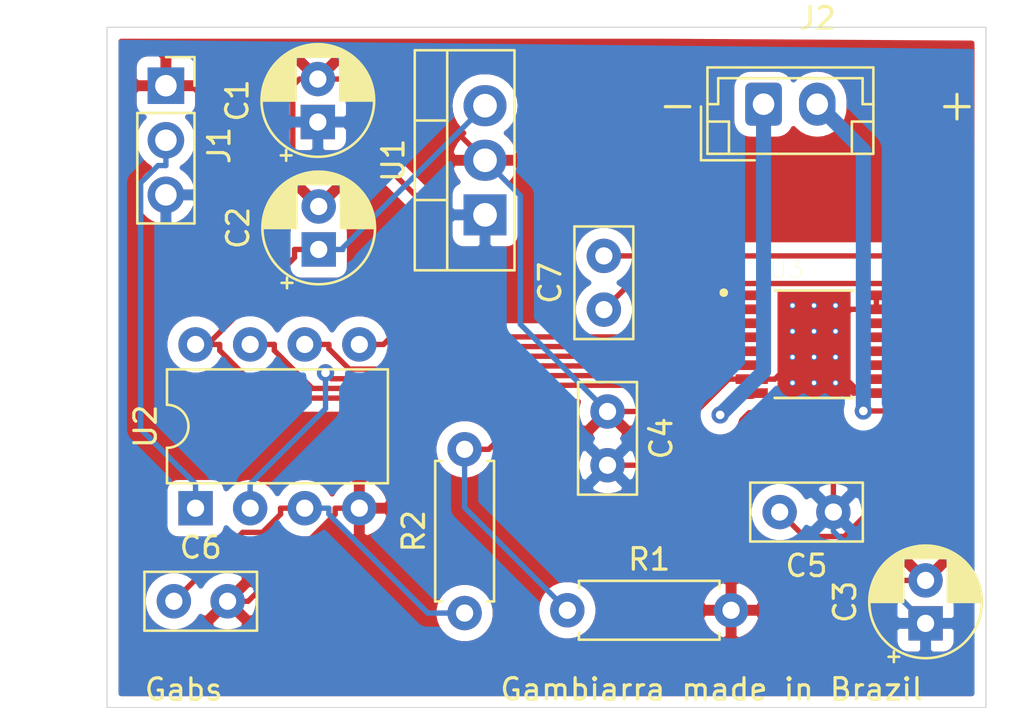
<source format=kicad_pcb>
(kicad_pcb (version 20171130) (host pcbnew "(5.1.9)-1")

  (general
    (thickness 1.6)
    (drawings 6)
    (tracks 164)
    (zones 0)
    (modules 14)
    (nets 16)
  )

  (page A4)
  (title_block
    (title "AUV Arm")
    (date 2021-03-17)
    (company "UFRJ Nautilus")
    (comment 1 "Designed by Gabs in Brazil")
  )

  (layers
    (0 F.Cu signal)
    (31 B.Cu signal)
    (32 B.Adhes user)
    (33 F.Adhes user)
    (34 B.Paste user)
    (35 F.Paste user)
    (36 B.SilkS user)
    (37 F.SilkS user)
    (38 B.Mask user)
    (39 F.Mask user)
    (40 Dwgs.User user)
    (41 Cmts.User user)
    (42 Eco1.User user)
    (43 Eco2.User user)
    (44 Edge.Cuts user)
    (45 Margin user)
    (46 B.CrtYd user)
    (47 F.CrtYd user)
    (48 B.Fab user)
    (49 F.Fab user)
  )

  (setup
    (last_trace_width 0.7)
    (user_trace_width 0.5)
    (user_trace_width 0.7)
    (trace_clearance 0.2)
    (zone_clearance 0.508)
    (zone_45_only no)
    (trace_min 0.2)
    (via_size 0.8)
    (via_drill 0.4)
    (via_min_size 0.4)
    (via_min_drill 0.3)
    (uvia_size 0.3)
    (uvia_drill 0.1)
    (uvias_allowed no)
    (uvia_min_size 0.2)
    (uvia_min_drill 0.1)
    (edge_width 0.05)
    (segment_width 0.2)
    (pcb_text_width 0.3)
    (pcb_text_size 1.5 1.5)
    (mod_edge_width 0.12)
    (mod_text_size 1 1)
    (mod_text_width 0.15)
    (pad_size 1.524 1.524)
    (pad_drill 0.762)
    (pad_to_mask_clearance 0)
    (aux_axis_origin 0 0)
    (visible_elements 7FFFEFFF)
    (pcbplotparams
      (layerselection 0x010fc_ffffffff)
      (usegerberextensions false)
      (usegerberattributes true)
      (usegerberadvancedattributes true)
      (creategerberjobfile true)
      (excludeedgelayer true)
      (linewidth 0.100000)
      (plotframeref false)
      (viasonmask false)
      (mode 1)
      (useauxorigin false)
      (hpglpennumber 1)
      (hpglpenspeed 20)
      (hpglpendiameter 15.000000)
      (psnegative false)
      (psa4output false)
      (plotreference true)
      (plotvalue true)
      (plotinvisibletext false)
      (padsonsilk false)
      (subtractmaskfromsilk false)
      (outputformat 1)
      (mirror false)
      (drillshape 1)
      (scaleselection 1)
      (outputdirectory ""))
  )

  (net 0 "")
  (net 1 /12V)
  (net 2 GND)
  (net 3 /5V)
  (net 4 "Net-(C5-Pad2)")
  (net 5 /VPROPI_FILTERED)
  (net 6 "Net-(C7-Pad1)")
  (net 7 "Net-(C7-Pad2)")
  (net 8 /SGN)
  (net 9 /OUT1)
  (net 10 /OUT2)
  (net 11 /IPROPI_VOL)
  (net 12 /IN1)
  (net 13 /nSLEEP)
  (net 14 /IN2)
  (net 15 /nFAULT)

  (net_class Default "This is the default net class."
    (clearance 0.2)
    (trace_width 0.25)
    (via_dia 0.8)
    (via_drill 0.4)
    (uvia_dia 0.3)
    (uvia_drill 0.1)
    (add_net /12V)
    (add_net /5V)
    (add_net /IN1)
    (add_net /IN2)
    (add_net /IPROPI_VOL)
    (add_net /OUT1)
    (add_net /OUT2)
    (add_net /SGN)
    (add_net /VPROPI_FILTERED)
    (add_net /nFAULT)
    (add_net /nSLEEP)
    (add_net GND)
    (add_net "Net-(C5-Pad2)")
    (add_net "Net-(C7-Pad1)")
    (add_net "Net-(C7-Pad2)")
  )

  (net_class POWER ""
    (clearance 0.2)
    (trace_width 0.7)
    (via_dia 0.8)
    (via_drill 0.4)
    (uvia_dia 0.3)
    (uvia_drill 0.1)
  )

  (module Connector_JST:JST_EH_B2B-EH-A_1x02_P2.50mm_Vertical (layer F.Cu) (tedit 5C28142C) (tstamp 60534F96)
    (at 92.99 70.82)
    (descr "JST EH series connector, B2B-EH-A (http://www.jst-mfg.com/product/pdf/eng/eEH.pdf), generated with kicad-footprint-generator")
    (tags "connector JST EH vertical")
    (path /6057A13B)
    (fp_text reference J2 (at 2.5 -4) (layer F.SilkS)
      (effects (font (size 1 1) (thickness 0.15)))
    )
    (fp_text value Conn_01x02_Female (at 2.5 4) (layer F.Fab)
      (effects (font (size 1 1) (thickness 0.15)))
    )
    (fp_text user - (at -4 0) (layer F.SilkS)
      (effects (font (size 1.5 1.5) (thickness 0.15)))
    )
    (fp_text user + (at 9 0) (layer F.SilkS)
      (effects (font (size 1.5 1.5) (thickness 0.15)))
    )
    (fp_text user %R (at 2.5 0) (layer F.Fab)
      (effects (font (size 1 1) (thickness 0.15)))
    )
    (fp_line (start -2.5 -1.6) (end -2.5 2.2) (layer F.Fab) (width 0.1))
    (fp_line (start -2.5 2.2) (end 5 2.2) (layer F.Fab) (width 0.1))
    (fp_line (start 5 2.2) (end 5 -1.6) (layer F.Fab) (width 0.1))
    (fp_line (start 5 -1.6) (end -2.5 -1.6) (layer F.Fab) (width 0.1))
    (fp_line (start -3 -2.1) (end -3 2.7) (layer F.CrtYd) (width 0.05))
    (fp_line (start -3 2.7) (end 5.5 2.7) (layer F.CrtYd) (width 0.05))
    (fp_line (start 5.5 2.7) (end 5.5 -2.1) (layer F.CrtYd) (width 0.05))
    (fp_line (start 5.5 -2.1) (end -3 -2.1) (layer F.CrtYd) (width 0.05))
    (fp_line (start -2.61 -1.71) (end -2.61 2.31) (layer F.SilkS) (width 0.12))
    (fp_line (start -2.61 2.31) (end 5.11 2.31) (layer F.SilkS) (width 0.12))
    (fp_line (start 5.11 2.31) (end 5.11 -1.71) (layer F.SilkS) (width 0.12))
    (fp_line (start 5.11 -1.71) (end -2.61 -1.71) (layer F.SilkS) (width 0.12))
    (fp_line (start -2.61 0) (end -2.11 0) (layer F.SilkS) (width 0.12))
    (fp_line (start -2.11 0) (end -2.11 -1.21) (layer F.SilkS) (width 0.12))
    (fp_line (start -2.11 -1.21) (end 4.61 -1.21) (layer F.SilkS) (width 0.12))
    (fp_line (start 4.61 -1.21) (end 4.61 0) (layer F.SilkS) (width 0.12))
    (fp_line (start 4.61 0) (end 5.11 0) (layer F.SilkS) (width 0.12))
    (fp_line (start -2.61 0.81) (end -1.61 0.81) (layer F.SilkS) (width 0.12))
    (fp_line (start -1.61 0.81) (end -1.61 2.31) (layer F.SilkS) (width 0.12))
    (fp_line (start 5.11 0.81) (end 4.11 0.81) (layer F.SilkS) (width 0.12))
    (fp_line (start 4.11 0.81) (end 4.11 2.31) (layer F.SilkS) (width 0.12))
    (fp_line (start -2.91 0.11) (end -2.91 2.61) (layer F.SilkS) (width 0.12))
    (fp_line (start -2.91 2.61) (end -0.41 2.61) (layer F.SilkS) (width 0.12))
    (fp_line (start -2.91 0.11) (end -2.91 2.61) (layer F.Fab) (width 0.1))
    (fp_line (start -2.91 2.61) (end -0.41 2.61) (layer F.Fab) (width 0.1))
    (pad 2 thru_hole oval (at 2.5 0) (size 1.7 2) (drill 1) (layers *.Cu *.Mask)
      (net 10 /OUT2))
    (pad 1 thru_hole roundrect (at 0 0) (size 1.7 2) (drill 1) (layers *.Cu *.Mask) (roundrect_rratio 0.147059)
      (net 9 /OUT1))
    (model ${KISYS3DMOD}/Connector_JST.3dshapes/JST_EH_B2B-EH-A_1x02_P2.50mm_Vertical.wrl
      (at (xyz 0 0 0))
      (scale (xyz 1 1 1))
      (rotate (xyz 0 0 0))
    )
  )

  (module Capacitor_THT:CP_Radial_D5.0mm_P2.00mm (layer F.Cu) (tedit 5AE50EF0) (tstamp 60531B9D)
    (at 72.25 71.65 90)
    (descr "CP, Radial series, Radial, pin pitch=2.00mm, , diameter=5mm, Electrolytic Capacitor")
    (tags "CP Radial series Radial pin pitch 2.00mm  diameter 5mm Electrolytic Capacitor")
    (path /6051B59E)
    (fp_text reference C1 (at 1 -3.75 90) (layer F.SilkS)
      (effects (font (size 1 1) (thickness 0.15)))
    )
    (fp_text value 10u (at 1 3.75 90) (layer F.Fab)
      (effects (font (size 1 1) (thickness 0.15)))
    )
    (fp_circle (center 1 0) (end 3.5 0) (layer F.Fab) (width 0.1))
    (fp_circle (center 1 0) (end 3.62 0) (layer F.SilkS) (width 0.12))
    (fp_circle (center 1 0) (end 3.75 0) (layer F.CrtYd) (width 0.05))
    (fp_line (start -1.133605 -1.0875) (end -0.633605 -1.0875) (layer F.Fab) (width 0.1))
    (fp_line (start -0.883605 -1.3375) (end -0.883605 -0.8375) (layer F.Fab) (width 0.1))
    (fp_line (start 1 1.04) (end 1 2.58) (layer F.SilkS) (width 0.12))
    (fp_line (start 1 -2.58) (end 1 -1.04) (layer F.SilkS) (width 0.12))
    (fp_line (start 1.04 1.04) (end 1.04 2.58) (layer F.SilkS) (width 0.12))
    (fp_line (start 1.04 -2.58) (end 1.04 -1.04) (layer F.SilkS) (width 0.12))
    (fp_line (start 1.08 -2.579) (end 1.08 -1.04) (layer F.SilkS) (width 0.12))
    (fp_line (start 1.08 1.04) (end 1.08 2.579) (layer F.SilkS) (width 0.12))
    (fp_line (start 1.12 -2.578) (end 1.12 -1.04) (layer F.SilkS) (width 0.12))
    (fp_line (start 1.12 1.04) (end 1.12 2.578) (layer F.SilkS) (width 0.12))
    (fp_line (start 1.16 -2.576) (end 1.16 -1.04) (layer F.SilkS) (width 0.12))
    (fp_line (start 1.16 1.04) (end 1.16 2.576) (layer F.SilkS) (width 0.12))
    (fp_line (start 1.2 -2.573) (end 1.2 -1.04) (layer F.SilkS) (width 0.12))
    (fp_line (start 1.2 1.04) (end 1.2 2.573) (layer F.SilkS) (width 0.12))
    (fp_line (start 1.24 -2.569) (end 1.24 -1.04) (layer F.SilkS) (width 0.12))
    (fp_line (start 1.24 1.04) (end 1.24 2.569) (layer F.SilkS) (width 0.12))
    (fp_line (start 1.28 -2.565) (end 1.28 -1.04) (layer F.SilkS) (width 0.12))
    (fp_line (start 1.28 1.04) (end 1.28 2.565) (layer F.SilkS) (width 0.12))
    (fp_line (start 1.32 -2.561) (end 1.32 -1.04) (layer F.SilkS) (width 0.12))
    (fp_line (start 1.32 1.04) (end 1.32 2.561) (layer F.SilkS) (width 0.12))
    (fp_line (start 1.36 -2.556) (end 1.36 -1.04) (layer F.SilkS) (width 0.12))
    (fp_line (start 1.36 1.04) (end 1.36 2.556) (layer F.SilkS) (width 0.12))
    (fp_line (start 1.4 -2.55) (end 1.4 -1.04) (layer F.SilkS) (width 0.12))
    (fp_line (start 1.4 1.04) (end 1.4 2.55) (layer F.SilkS) (width 0.12))
    (fp_line (start 1.44 -2.543) (end 1.44 -1.04) (layer F.SilkS) (width 0.12))
    (fp_line (start 1.44 1.04) (end 1.44 2.543) (layer F.SilkS) (width 0.12))
    (fp_line (start 1.48 -2.536) (end 1.48 -1.04) (layer F.SilkS) (width 0.12))
    (fp_line (start 1.48 1.04) (end 1.48 2.536) (layer F.SilkS) (width 0.12))
    (fp_line (start 1.52 -2.528) (end 1.52 -1.04) (layer F.SilkS) (width 0.12))
    (fp_line (start 1.52 1.04) (end 1.52 2.528) (layer F.SilkS) (width 0.12))
    (fp_line (start 1.56 -2.52) (end 1.56 -1.04) (layer F.SilkS) (width 0.12))
    (fp_line (start 1.56 1.04) (end 1.56 2.52) (layer F.SilkS) (width 0.12))
    (fp_line (start 1.6 -2.511) (end 1.6 -1.04) (layer F.SilkS) (width 0.12))
    (fp_line (start 1.6 1.04) (end 1.6 2.511) (layer F.SilkS) (width 0.12))
    (fp_line (start 1.64 -2.501) (end 1.64 -1.04) (layer F.SilkS) (width 0.12))
    (fp_line (start 1.64 1.04) (end 1.64 2.501) (layer F.SilkS) (width 0.12))
    (fp_line (start 1.68 -2.491) (end 1.68 -1.04) (layer F.SilkS) (width 0.12))
    (fp_line (start 1.68 1.04) (end 1.68 2.491) (layer F.SilkS) (width 0.12))
    (fp_line (start 1.721 -2.48) (end 1.721 -1.04) (layer F.SilkS) (width 0.12))
    (fp_line (start 1.721 1.04) (end 1.721 2.48) (layer F.SilkS) (width 0.12))
    (fp_line (start 1.761 -2.468) (end 1.761 -1.04) (layer F.SilkS) (width 0.12))
    (fp_line (start 1.761 1.04) (end 1.761 2.468) (layer F.SilkS) (width 0.12))
    (fp_line (start 1.801 -2.455) (end 1.801 -1.04) (layer F.SilkS) (width 0.12))
    (fp_line (start 1.801 1.04) (end 1.801 2.455) (layer F.SilkS) (width 0.12))
    (fp_line (start 1.841 -2.442) (end 1.841 -1.04) (layer F.SilkS) (width 0.12))
    (fp_line (start 1.841 1.04) (end 1.841 2.442) (layer F.SilkS) (width 0.12))
    (fp_line (start 1.881 -2.428) (end 1.881 -1.04) (layer F.SilkS) (width 0.12))
    (fp_line (start 1.881 1.04) (end 1.881 2.428) (layer F.SilkS) (width 0.12))
    (fp_line (start 1.921 -2.414) (end 1.921 -1.04) (layer F.SilkS) (width 0.12))
    (fp_line (start 1.921 1.04) (end 1.921 2.414) (layer F.SilkS) (width 0.12))
    (fp_line (start 1.961 -2.398) (end 1.961 -1.04) (layer F.SilkS) (width 0.12))
    (fp_line (start 1.961 1.04) (end 1.961 2.398) (layer F.SilkS) (width 0.12))
    (fp_line (start 2.001 -2.382) (end 2.001 -1.04) (layer F.SilkS) (width 0.12))
    (fp_line (start 2.001 1.04) (end 2.001 2.382) (layer F.SilkS) (width 0.12))
    (fp_line (start 2.041 -2.365) (end 2.041 -1.04) (layer F.SilkS) (width 0.12))
    (fp_line (start 2.041 1.04) (end 2.041 2.365) (layer F.SilkS) (width 0.12))
    (fp_line (start 2.081 -2.348) (end 2.081 -1.04) (layer F.SilkS) (width 0.12))
    (fp_line (start 2.081 1.04) (end 2.081 2.348) (layer F.SilkS) (width 0.12))
    (fp_line (start 2.121 -2.329) (end 2.121 -1.04) (layer F.SilkS) (width 0.12))
    (fp_line (start 2.121 1.04) (end 2.121 2.329) (layer F.SilkS) (width 0.12))
    (fp_line (start 2.161 -2.31) (end 2.161 -1.04) (layer F.SilkS) (width 0.12))
    (fp_line (start 2.161 1.04) (end 2.161 2.31) (layer F.SilkS) (width 0.12))
    (fp_line (start 2.201 -2.29) (end 2.201 -1.04) (layer F.SilkS) (width 0.12))
    (fp_line (start 2.201 1.04) (end 2.201 2.29) (layer F.SilkS) (width 0.12))
    (fp_line (start 2.241 -2.268) (end 2.241 -1.04) (layer F.SilkS) (width 0.12))
    (fp_line (start 2.241 1.04) (end 2.241 2.268) (layer F.SilkS) (width 0.12))
    (fp_line (start 2.281 -2.247) (end 2.281 -1.04) (layer F.SilkS) (width 0.12))
    (fp_line (start 2.281 1.04) (end 2.281 2.247) (layer F.SilkS) (width 0.12))
    (fp_line (start 2.321 -2.224) (end 2.321 -1.04) (layer F.SilkS) (width 0.12))
    (fp_line (start 2.321 1.04) (end 2.321 2.224) (layer F.SilkS) (width 0.12))
    (fp_line (start 2.361 -2.2) (end 2.361 -1.04) (layer F.SilkS) (width 0.12))
    (fp_line (start 2.361 1.04) (end 2.361 2.2) (layer F.SilkS) (width 0.12))
    (fp_line (start 2.401 -2.175) (end 2.401 -1.04) (layer F.SilkS) (width 0.12))
    (fp_line (start 2.401 1.04) (end 2.401 2.175) (layer F.SilkS) (width 0.12))
    (fp_line (start 2.441 -2.149) (end 2.441 -1.04) (layer F.SilkS) (width 0.12))
    (fp_line (start 2.441 1.04) (end 2.441 2.149) (layer F.SilkS) (width 0.12))
    (fp_line (start 2.481 -2.122) (end 2.481 -1.04) (layer F.SilkS) (width 0.12))
    (fp_line (start 2.481 1.04) (end 2.481 2.122) (layer F.SilkS) (width 0.12))
    (fp_line (start 2.521 -2.095) (end 2.521 -1.04) (layer F.SilkS) (width 0.12))
    (fp_line (start 2.521 1.04) (end 2.521 2.095) (layer F.SilkS) (width 0.12))
    (fp_line (start 2.561 -2.065) (end 2.561 -1.04) (layer F.SilkS) (width 0.12))
    (fp_line (start 2.561 1.04) (end 2.561 2.065) (layer F.SilkS) (width 0.12))
    (fp_line (start 2.601 -2.035) (end 2.601 -1.04) (layer F.SilkS) (width 0.12))
    (fp_line (start 2.601 1.04) (end 2.601 2.035) (layer F.SilkS) (width 0.12))
    (fp_line (start 2.641 -2.004) (end 2.641 -1.04) (layer F.SilkS) (width 0.12))
    (fp_line (start 2.641 1.04) (end 2.641 2.004) (layer F.SilkS) (width 0.12))
    (fp_line (start 2.681 -1.971) (end 2.681 -1.04) (layer F.SilkS) (width 0.12))
    (fp_line (start 2.681 1.04) (end 2.681 1.971) (layer F.SilkS) (width 0.12))
    (fp_line (start 2.721 -1.937) (end 2.721 -1.04) (layer F.SilkS) (width 0.12))
    (fp_line (start 2.721 1.04) (end 2.721 1.937) (layer F.SilkS) (width 0.12))
    (fp_line (start 2.761 -1.901) (end 2.761 -1.04) (layer F.SilkS) (width 0.12))
    (fp_line (start 2.761 1.04) (end 2.761 1.901) (layer F.SilkS) (width 0.12))
    (fp_line (start 2.801 -1.864) (end 2.801 -1.04) (layer F.SilkS) (width 0.12))
    (fp_line (start 2.801 1.04) (end 2.801 1.864) (layer F.SilkS) (width 0.12))
    (fp_line (start 2.841 -1.826) (end 2.841 -1.04) (layer F.SilkS) (width 0.12))
    (fp_line (start 2.841 1.04) (end 2.841 1.826) (layer F.SilkS) (width 0.12))
    (fp_line (start 2.881 -1.785) (end 2.881 -1.04) (layer F.SilkS) (width 0.12))
    (fp_line (start 2.881 1.04) (end 2.881 1.785) (layer F.SilkS) (width 0.12))
    (fp_line (start 2.921 -1.743) (end 2.921 -1.04) (layer F.SilkS) (width 0.12))
    (fp_line (start 2.921 1.04) (end 2.921 1.743) (layer F.SilkS) (width 0.12))
    (fp_line (start 2.961 -1.699) (end 2.961 -1.04) (layer F.SilkS) (width 0.12))
    (fp_line (start 2.961 1.04) (end 2.961 1.699) (layer F.SilkS) (width 0.12))
    (fp_line (start 3.001 -1.653) (end 3.001 -1.04) (layer F.SilkS) (width 0.12))
    (fp_line (start 3.001 1.04) (end 3.001 1.653) (layer F.SilkS) (width 0.12))
    (fp_line (start 3.041 -1.605) (end 3.041 1.605) (layer F.SilkS) (width 0.12))
    (fp_line (start 3.081 -1.554) (end 3.081 1.554) (layer F.SilkS) (width 0.12))
    (fp_line (start 3.121 -1.5) (end 3.121 1.5) (layer F.SilkS) (width 0.12))
    (fp_line (start 3.161 -1.443) (end 3.161 1.443) (layer F.SilkS) (width 0.12))
    (fp_line (start 3.201 -1.383) (end 3.201 1.383) (layer F.SilkS) (width 0.12))
    (fp_line (start 3.241 -1.319) (end 3.241 1.319) (layer F.SilkS) (width 0.12))
    (fp_line (start 3.281 -1.251) (end 3.281 1.251) (layer F.SilkS) (width 0.12))
    (fp_line (start 3.321 -1.178) (end 3.321 1.178) (layer F.SilkS) (width 0.12))
    (fp_line (start 3.361 -1.098) (end 3.361 1.098) (layer F.SilkS) (width 0.12))
    (fp_line (start 3.401 -1.011) (end 3.401 1.011) (layer F.SilkS) (width 0.12))
    (fp_line (start 3.441 -0.915) (end 3.441 0.915) (layer F.SilkS) (width 0.12))
    (fp_line (start 3.481 -0.805) (end 3.481 0.805) (layer F.SilkS) (width 0.12))
    (fp_line (start 3.521 -0.677) (end 3.521 0.677) (layer F.SilkS) (width 0.12))
    (fp_line (start 3.561 -0.518) (end 3.561 0.518) (layer F.SilkS) (width 0.12))
    (fp_line (start 3.601 -0.284) (end 3.601 0.284) (layer F.SilkS) (width 0.12))
    (fp_line (start -1.804775 -1.475) (end -1.304775 -1.475) (layer F.SilkS) (width 0.12))
    (fp_line (start -1.554775 -1.725) (end -1.554775 -1.225) (layer F.SilkS) (width 0.12))
    (fp_text user %R (at 1 0 90) (layer F.Fab)
      (effects (font (size 1 1) (thickness 0.15)))
    )
    (pad 1 thru_hole rect (at 0 0 90) (size 1.6 1.6) (drill 0.8) (layers *.Cu *.Mask)
      (net 1 /12V))
    (pad 2 thru_hole circle (at 2 0 90) (size 1.6 1.6) (drill 0.8) (layers *.Cu *.Mask)
      (net 2 GND))
    (model ${KISYS3DMOD}/Capacitor_THT.3dshapes/CP_Radial_D5.0mm_P2.00mm.wrl
      (at (xyz 0 0 0))
      (scale (xyz 1 1 1))
      (rotate (xyz 0 0 0))
    )
  )

  (module Capacitor_THT:CP_Radial_D5.0mm_P2.00mm (layer F.Cu) (tedit 5AE50EF0) (tstamp 60531C20)
    (at 72.29 77.58 90)
    (descr "CP, Radial series, Radial, pin pitch=2.00mm, , diameter=5mm, Electrolytic Capacitor")
    (tags "CP Radial series Radial pin pitch 2.00mm  diameter 5mm Electrolytic Capacitor")
    (path /6051BDDE)
    (fp_text reference C2 (at 1 -3.75 90) (layer F.SilkS)
      (effects (font (size 1 1) (thickness 0.15)))
    )
    (fp_text value 100u (at 1 3.75 90) (layer F.Fab)
      (effects (font (size 1 1) (thickness 0.15)))
    )
    (fp_line (start -1.554775 -1.725) (end -1.554775 -1.225) (layer F.SilkS) (width 0.12))
    (fp_line (start -1.804775 -1.475) (end -1.304775 -1.475) (layer F.SilkS) (width 0.12))
    (fp_line (start 3.601 -0.284) (end 3.601 0.284) (layer F.SilkS) (width 0.12))
    (fp_line (start 3.561 -0.518) (end 3.561 0.518) (layer F.SilkS) (width 0.12))
    (fp_line (start 3.521 -0.677) (end 3.521 0.677) (layer F.SilkS) (width 0.12))
    (fp_line (start 3.481 -0.805) (end 3.481 0.805) (layer F.SilkS) (width 0.12))
    (fp_line (start 3.441 -0.915) (end 3.441 0.915) (layer F.SilkS) (width 0.12))
    (fp_line (start 3.401 -1.011) (end 3.401 1.011) (layer F.SilkS) (width 0.12))
    (fp_line (start 3.361 -1.098) (end 3.361 1.098) (layer F.SilkS) (width 0.12))
    (fp_line (start 3.321 -1.178) (end 3.321 1.178) (layer F.SilkS) (width 0.12))
    (fp_line (start 3.281 -1.251) (end 3.281 1.251) (layer F.SilkS) (width 0.12))
    (fp_line (start 3.241 -1.319) (end 3.241 1.319) (layer F.SilkS) (width 0.12))
    (fp_line (start 3.201 -1.383) (end 3.201 1.383) (layer F.SilkS) (width 0.12))
    (fp_line (start 3.161 -1.443) (end 3.161 1.443) (layer F.SilkS) (width 0.12))
    (fp_line (start 3.121 -1.5) (end 3.121 1.5) (layer F.SilkS) (width 0.12))
    (fp_line (start 3.081 -1.554) (end 3.081 1.554) (layer F.SilkS) (width 0.12))
    (fp_line (start 3.041 -1.605) (end 3.041 1.605) (layer F.SilkS) (width 0.12))
    (fp_line (start 3.001 1.04) (end 3.001 1.653) (layer F.SilkS) (width 0.12))
    (fp_line (start 3.001 -1.653) (end 3.001 -1.04) (layer F.SilkS) (width 0.12))
    (fp_line (start 2.961 1.04) (end 2.961 1.699) (layer F.SilkS) (width 0.12))
    (fp_line (start 2.961 -1.699) (end 2.961 -1.04) (layer F.SilkS) (width 0.12))
    (fp_line (start 2.921 1.04) (end 2.921 1.743) (layer F.SilkS) (width 0.12))
    (fp_line (start 2.921 -1.743) (end 2.921 -1.04) (layer F.SilkS) (width 0.12))
    (fp_line (start 2.881 1.04) (end 2.881 1.785) (layer F.SilkS) (width 0.12))
    (fp_line (start 2.881 -1.785) (end 2.881 -1.04) (layer F.SilkS) (width 0.12))
    (fp_line (start 2.841 1.04) (end 2.841 1.826) (layer F.SilkS) (width 0.12))
    (fp_line (start 2.841 -1.826) (end 2.841 -1.04) (layer F.SilkS) (width 0.12))
    (fp_line (start 2.801 1.04) (end 2.801 1.864) (layer F.SilkS) (width 0.12))
    (fp_line (start 2.801 -1.864) (end 2.801 -1.04) (layer F.SilkS) (width 0.12))
    (fp_line (start 2.761 1.04) (end 2.761 1.901) (layer F.SilkS) (width 0.12))
    (fp_line (start 2.761 -1.901) (end 2.761 -1.04) (layer F.SilkS) (width 0.12))
    (fp_line (start 2.721 1.04) (end 2.721 1.937) (layer F.SilkS) (width 0.12))
    (fp_line (start 2.721 -1.937) (end 2.721 -1.04) (layer F.SilkS) (width 0.12))
    (fp_line (start 2.681 1.04) (end 2.681 1.971) (layer F.SilkS) (width 0.12))
    (fp_line (start 2.681 -1.971) (end 2.681 -1.04) (layer F.SilkS) (width 0.12))
    (fp_line (start 2.641 1.04) (end 2.641 2.004) (layer F.SilkS) (width 0.12))
    (fp_line (start 2.641 -2.004) (end 2.641 -1.04) (layer F.SilkS) (width 0.12))
    (fp_line (start 2.601 1.04) (end 2.601 2.035) (layer F.SilkS) (width 0.12))
    (fp_line (start 2.601 -2.035) (end 2.601 -1.04) (layer F.SilkS) (width 0.12))
    (fp_line (start 2.561 1.04) (end 2.561 2.065) (layer F.SilkS) (width 0.12))
    (fp_line (start 2.561 -2.065) (end 2.561 -1.04) (layer F.SilkS) (width 0.12))
    (fp_line (start 2.521 1.04) (end 2.521 2.095) (layer F.SilkS) (width 0.12))
    (fp_line (start 2.521 -2.095) (end 2.521 -1.04) (layer F.SilkS) (width 0.12))
    (fp_line (start 2.481 1.04) (end 2.481 2.122) (layer F.SilkS) (width 0.12))
    (fp_line (start 2.481 -2.122) (end 2.481 -1.04) (layer F.SilkS) (width 0.12))
    (fp_line (start 2.441 1.04) (end 2.441 2.149) (layer F.SilkS) (width 0.12))
    (fp_line (start 2.441 -2.149) (end 2.441 -1.04) (layer F.SilkS) (width 0.12))
    (fp_line (start 2.401 1.04) (end 2.401 2.175) (layer F.SilkS) (width 0.12))
    (fp_line (start 2.401 -2.175) (end 2.401 -1.04) (layer F.SilkS) (width 0.12))
    (fp_line (start 2.361 1.04) (end 2.361 2.2) (layer F.SilkS) (width 0.12))
    (fp_line (start 2.361 -2.2) (end 2.361 -1.04) (layer F.SilkS) (width 0.12))
    (fp_line (start 2.321 1.04) (end 2.321 2.224) (layer F.SilkS) (width 0.12))
    (fp_line (start 2.321 -2.224) (end 2.321 -1.04) (layer F.SilkS) (width 0.12))
    (fp_line (start 2.281 1.04) (end 2.281 2.247) (layer F.SilkS) (width 0.12))
    (fp_line (start 2.281 -2.247) (end 2.281 -1.04) (layer F.SilkS) (width 0.12))
    (fp_line (start 2.241 1.04) (end 2.241 2.268) (layer F.SilkS) (width 0.12))
    (fp_line (start 2.241 -2.268) (end 2.241 -1.04) (layer F.SilkS) (width 0.12))
    (fp_line (start 2.201 1.04) (end 2.201 2.29) (layer F.SilkS) (width 0.12))
    (fp_line (start 2.201 -2.29) (end 2.201 -1.04) (layer F.SilkS) (width 0.12))
    (fp_line (start 2.161 1.04) (end 2.161 2.31) (layer F.SilkS) (width 0.12))
    (fp_line (start 2.161 -2.31) (end 2.161 -1.04) (layer F.SilkS) (width 0.12))
    (fp_line (start 2.121 1.04) (end 2.121 2.329) (layer F.SilkS) (width 0.12))
    (fp_line (start 2.121 -2.329) (end 2.121 -1.04) (layer F.SilkS) (width 0.12))
    (fp_line (start 2.081 1.04) (end 2.081 2.348) (layer F.SilkS) (width 0.12))
    (fp_line (start 2.081 -2.348) (end 2.081 -1.04) (layer F.SilkS) (width 0.12))
    (fp_line (start 2.041 1.04) (end 2.041 2.365) (layer F.SilkS) (width 0.12))
    (fp_line (start 2.041 -2.365) (end 2.041 -1.04) (layer F.SilkS) (width 0.12))
    (fp_line (start 2.001 1.04) (end 2.001 2.382) (layer F.SilkS) (width 0.12))
    (fp_line (start 2.001 -2.382) (end 2.001 -1.04) (layer F.SilkS) (width 0.12))
    (fp_line (start 1.961 1.04) (end 1.961 2.398) (layer F.SilkS) (width 0.12))
    (fp_line (start 1.961 -2.398) (end 1.961 -1.04) (layer F.SilkS) (width 0.12))
    (fp_line (start 1.921 1.04) (end 1.921 2.414) (layer F.SilkS) (width 0.12))
    (fp_line (start 1.921 -2.414) (end 1.921 -1.04) (layer F.SilkS) (width 0.12))
    (fp_line (start 1.881 1.04) (end 1.881 2.428) (layer F.SilkS) (width 0.12))
    (fp_line (start 1.881 -2.428) (end 1.881 -1.04) (layer F.SilkS) (width 0.12))
    (fp_line (start 1.841 1.04) (end 1.841 2.442) (layer F.SilkS) (width 0.12))
    (fp_line (start 1.841 -2.442) (end 1.841 -1.04) (layer F.SilkS) (width 0.12))
    (fp_line (start 1.801 1.04) (end 1.801 2.455) (layer F.SilkS) (width 0.12))
    (fp_line (start 1.801 -2.455) (end 1.801 -1.04) (layer F.SilkS) (width 0.12))
    (fp_line (start 1.761 1.04) (end 1.761 2.468) (layer F.SilkS) (width 0.12))
    (fp_line (start 1.761 -2.468) (end 1.761 -1.04) (layer F.SilkS) (width 0.12))
    (fp_line (start 1.721 1.04) (end 1.721 2.48) (layer F.SilkS) (width 0.12))
    (fp_line (start 1.721 -2.48) (end 1.721 -1.04) (layer F.SilkS) (width 0.12))
    (fp_line (start 1.68 1.04) (end 1.68 2.491) (layer F.SilkS) (width 0.12))
    (fp_line (start 1.68 -2.491) (end 1.68 -1.04) (layer F.SilkS) (width 0.12))
    (fp_line (start 1.64 1.04) (end 1.64 2.501) (layer F.SilkS) (width 0.12))
    (fp_line (start 1.64 -2.501) (end 1.64 -1.04) (layer F.SilkS) (width 0.12))
    (fp_line (start 1.6 1.04) (end 1.6 2.511) (layer F.SilkS) (width 0.12))
    (fp_line (start 1.6 -2.511) (end 1.6 -1.04) (layer F.SilkS) (width 0.12))
    (fp_line (start 1.56 1.04) (end 1.56 2.52) (layer F.SilkS) (width 0.12))
    (fp_line (start 1.56 -2.52) (end 1.56 -1.04) (layer F.SilkS) (width 0.12))
    (fp_line (start 1.52 1.04) (end 1.52 2.528) (layer F.SilkS) (width 0.12))
    (fp_line (start 1.52 -2.528) (end 1.52 -1.04) (layer F.SilkS) (width 0.12))
    (fp_line (start 1.48 1.04) (end 1.48 2.536) (layer F.SilkS) (width 0.12))
    (fp_line (start 1.48 -2.536) (end 1.48 -1.04) (layer F.SilkS) (width 0.12))
    (fp_line (start 1.44 1.04) (end 1.44 2.543) (layer F.SilkS) (width 0.12))
    (fp_line (start 1.44 -2.543) (end 1.44 -1.04) (layer F.SilkS) (width 0.12))
    (fp_line (start 1.4 1.04) (end 1.4 2.55) (layer F.SilkS) (width 0.12))
    (fp_line (start 1.4 -2.55) (end 1.4 -1.04) (layer F.SilkS) (width 0.12))
    (fp_line (start 1.36 1.04) (end 1.36 2.556) (layer F.SilkS) (width 0.12))
    (fp_line (start 1.36 -2.556) (end 1.36 -1.04) (layer F.SilkS) (width 0.12))
    (fp_line (start 1.32 1.04) (end 1.32 2.561) (layer F.SilkS) (width 0.12))
    (fp_line (start 1.32 -2.561) (end 1.32 -1.04) (layer F.SilkS) (width 0.12))
    (fp_line (start 1.28 1.04) (end 1.28 2.565) (layer F.SilkS) (width 0.12))
    (fp_line (start 1.28 -2.565) (end 1.28 -1.04) (layer F.SilkS) (width 0.12))
    (fp_line (start 1.24 1.04) (end 1.24 2.569) (layer F.SilkS) (width 0.12))
    (fp_line (start 1.24 -2.569) (end 1.24 -1.04) (layer F.SilkS) (width 0.12))
    (fp_line (start 1.2 1.04) (end 1.2 2.573) (layer F.SilkS) (width 0.12))
    (fp_line (start 1.2 -2.573) (end 1.2 -1.04) (layer F.SilkS) (width 0.12))
    (fp_line (start 1.16 1.04) (end 1.16 2.576) (layer F.SilkS) (width 0.12))
    (fp_line (start 1.16 -2.576) (end 1.16 -1.04) (layer F.SilkS) (width 0.12))
    (fp_line (start 1.12 1.04) (end 1.12 2.578) (layer F.SilkS) (width 0.12))
    (fp_line (start 1.12 -2.578) (end 1.12 -1.04) (layer F.SilkS) (width 0.12))
    (fp_line (start 1.08 1.04) (end 1.08 2.579) (layer F.SilkS) (width 0.12))
    (fp_line (start 1.08 -2.579) (end 1.08 -1.04) (layer F.SilkS) (width 0.12))
    (fp_line (start 1.04 -2.58) (end 1.04 -1.04) (layer F.SilkS) (width 0.12))
    (fp_line (start 1.04 1.04) (end 1.04 2.58) (layer F.SilkS) (width 0.12))
    (fp_line (start 1 -2.58) (end 1 -1.04) (layer F.SilkS) (width 0.12))
    (fp_line (start 1 1.04) (end 1 2.58) (layer F.SilkS) (width 0.12))
    (fp_line (start -0.883605 -1.3375) (end -0.883605 -0.8375) (layer F.Fab) (width 0.1))
    (fp_line (start -1.133605 -1.0875) (end -0.633605 -1.0875) (layer F.Fab) (width 0.1))
    (fp_circle (center 1 0) (end 3.75 0) (layer F.CrtYd) (width 0.05))
    (fp_circle (center 1 0) (end 3.62 0) (layer F.SilkS) (width 0.12))
    (fp_circle (center 1 0) (end 3.5 0) (layer F.Fab) (width 0.1))
    (fp_text user %R (at 1 0 90) (layer F.Fab)
      (effects (font (size 1 1) (thickness 0.15)))
    )
    (pad 2 thru_hole circle (at 2 0 90) (size 1.6 1.6) (drill 0.8) (layers *.Cu *.Mask)
      (net 2 GND))
    (pad 1 thru_hole rect (at 0 0 90) (size 1.6 1.6) (drill 0.8) (layers *.Cu *.Mask)
      (net 3 /5V))
    (model ${KISYS3DMOD}/Capacitor_THT.3dshapes/CP_Radial_D5.0mm_P2.00mm.wrl
      (at (xyz 0 0 0))
      (scale (xyz 1 1 1))
      (rotate (xyz 0 0 0))
    )
  )

  (module Capacitor_THT:CP_Radial_D5.0mm_P2.00mm (layer F.Cu) (tedit 5AE50EF0) (tstamp 60531CA3)
    (at 100.53 94.98 90)
    (descr "CP, Radial series, Radial, pin pitch=2.00mm, , diameter=5mm, Electrolytic Capacitor")
    (tags "CP Radial series Radial pin pitch 2.00mm  diameter 5mm Electrolytic Capacitor")
    (path /60524BD6)
    (fp_text reference C3 (at 1 -3.75 90) (layer F.SilkS)
      (effects (font (size 1 1) (thickness 0.15)))
    )
    (fp_text value 100u (at 1 3.75 90) (layer F.Fab)
      (effects (font (size 1 1) (thickness 0.15)))
    )
    (fp_circle (center 1 0) (end 3.5 0) (layer F.Fab) (width 0.1))
    (fp_circle (center 1 0) (end 3.62 0) (layer F.SilkS) (width 0.12))
    (fp_circle (center 1 0) (end 3.75 0) (layer F.CrtYd) (width 0.05))
    (fp_line (start -1.133605 -1.0875) (end -0.633605 -1.0875) (layer F.Fab) (width 0.1))
    (fp_line (start -0.883605 -1.3375) (end -0.883605 -0.8375) (layer F.Fab) (width 0.1))
    (fp_line (start 1 1.04) (end 1 2.58) (layer F.SilkS) (width 0.12))
    (fp_line (start 1 -2.58) (end 1 -1.04) (layer F.SilkS) (width 0.12))
    (fp_line (start 1.04 1.04) (end 1.04 2.58) (layer F.SilkS) (width 0.12))
    (fp_line (start 1.04 -2.58) (end 1.04 -1.04) (layer F.SilkS) (width 0.12))
    (fp_line (start 1.08 -2.579) (end 1.08 -1.04) (layer F.SilkS) (width 0.12))
    (fp_line (start 1.08 1.04) (end 1.08 2.579) (layer F.SilkS) (width 0.12))
    (fp_line (start 1.12 -2.578) (end 1.12 -1.04) (layer F.SilkS) (width 0.12))
    (fp_line (start 1.12 1.04) (end 1.12 2.578) (layer F.SilkS) (width 0.12))
    (fp_line (start 1.16 -2.576) (end 1.16 -1.04) (layer F.SilkS) (width 0.12))
    (fp_line (start 1.16 1.04) (end 1.16 2.576) (layer F.SilkS) (width 0.12))
    (fp_line (start 1.2 -2.573) (end 1.2 -1.04) (layer F.SilkS) (width 0.12))
    (fp_line (start 1.2 1.04) (end 1.2 2.573) (layer F.SilkS) (width 0.12))
    (fp_line (start 1.24 -2.569) (end 1.24 -1.04) (layer F.SilkS) (width 0.12))
    (fp_line (start 1.24 1.04) (end 1.24 2.569) (layer F.SilkS) (width 0.12))
    (fp_line (start 1.28 -2.565) (end 1.28 -1.04) (layer F.SilkS) (width 0.12))
    (fp_line (start 1.28 1.04) (end 1.28 2.565) (layer F.SilkS) (width 0.12))
    (fp_line (start 1.32 -2.561) (end 1.32 -1.04) (layer F.SilkS) (width 0.12))
    (fp_line (start 1.32 1.04) (end 1.32 2.561) (layer F.SilkS) (width 0.12))
    (fp_line (start 1.36 -2.556) (end 1.36 -1.04) (layer F.SilkS) (width 0.12))
    (fp_line (start 1.36 1.04) (end 1.36 2.556) (layer F.SilkS) (width 0.12))
    (fp_line (start 1.4 -2.55) (end 1.4 -1.04) (layer F.SilkS) (width 0.12))
    (fp_line (start 1.4 1.04) (end 1.4 2.55) (layer F.SilkS) (width 0.12))
    (fp_line (start 1.44 -2.543) (end 1.44 -1.04) (layer F.SilkS) (width 0.12))
    (fp_line (start 1.44 1.04) (end 1.44 2.543) (layer F.SilkS) (width 0.12))
    (fp_line (start 1.48 -2.536) (end 1.48 -1.04) (layer F.SilkS) (width 0.12))
    (fp_line (start 1.48 1.04) (end 1.48 2.536) (layer F.SilkS) (width 0.12))
    (fp_line (start 1.52 -2.528) (end 1.52 -1.04) (layer F.SilkS) (width 0.12))
    (fp_line (start 1.52 1.04) (end 1.52 2.528) (layer F.SilkS) (width 0.12))
    (fp_line (start 1.56 -2.52) (end 1.56 -1.04) (layer F.SilkS) (width 0.12))
    (fp_line (start 1.56 1.04) (end 1.56 2.52) (layer F.SilkS) (width 0.12))
    (fp_line (start 1.6 -2.511) (end 1.6 -1.04) (layer F.SilkS) (width 0.12))
    (fp_line (start 1.6 1.04) (end 1.6 2.511) (layer F.SilkS) (width 0.12))
    (fp_line (start 1.64 -2.501) (end 1.64 -1.04) (layer F.SilkS) (width 0.12))
    (fp_line (start 1.64 1.04) (end 1.64 2.501) (layer F.SilkS) (width 0.12))
    (fp_line (start 1.68 -2.491) (end 1.68 -1.04) (layer F.SilkS) (width 0.12))
    (fp_line (start 1.68 1.04) (end 1.68 2.491) (layer F.SilkS) (width 0.12))
    (fp_line (start 1.721 -2.48) (end 1.721 -1.04) (layer F.SilkS) (width 0.12))
    (fp_line (start 1.721 1.04) (end 1.721 2.48) (layer F.SilkS) (width 0.12))
    (fp_line (start 1.761 -2.468) (end 1.761 -1.04) (layer F.SilkS) (width 0.12))
    (fp_line (start 1.761 1.04) (end 1.761 2.468) (layer F.SilkS) (width 0.12))
    (fp_line (start 1.801 -2.455) (end 1.801 -1.04) (layer F.SilkS) (width 0.12))
    (fp_line (start 1.801 1.04) (end 1.801 2.455) (layer F.SilkS) (width 0.12))
    (fp_line (start 1.841 -2.442) (end 1.841 -1.04) (layer F.SilkS) (width 0.12))
    (fp_line (start 1.841 1.04) (end 1.841 2.442) (layer F.SilkS) (width 0.12))
    (fp_line (start 1.881 -2.428) (end 1.881 -1.04) (layer F.SilkS) (width 0.12))
    (fp_line (start 1.881 1.04) (end 1.881 2.428) (layer F.SilkS) (width 0.12))
    (fp_line (start 1.921 -2.414) (end 1.921 -1.04) (layer F.SilkS) (width 0.12))
    (fp_line (start 1.921 1.04) (end 1.921 2.414) (layer F.SilkS) (width 0.12))
    (fp_line (start 1.961 -2.398) (end 1.961 -1.04) (layer F.SilkS) (width 0.12))
    (fp_line (start 1.961 1.04) (end 1.961 2.398) (layer F.SilkS) (width 0.12))
    (fp_line (start 2.001 -2.382) (end 2.001 -1.04) (layer F.SilkS) (width 0.12))
    (fp_line (start 2.001 1.04) (end 2.001 2.382) (layer F.SilkS) (width 0.12))
    (fp_line (start 2.041 -2.365) (end 2.041 -1.04) (layer F.SilkS) (width 0.12))
    (fp_line (start 2.041 1.04) (end 2.041 2.365) (layer F.SilkS) (width 0.12))
    (fp_line (start 2.081 -2.348) (end 2.081 -1.04) (layer F.SilkS) (width 0.12))
    (fp_line (start 2.081 1.04) (end 2.081 2.348) (layer F.SilkS) (width 0.12))
    (fp_line (start 2.121 -2.329) (end 2.121 -1.04) (layer F.SilkS) (width 0.12))
    (fp_line (start 2.121 1.04) (end 2.121 2.329) (layer F.SilkS) (width 0.12))
    (fp_line (start 2.161 -2.31) (end 2.161 -1.04) (layer F.SilkS) (width 0.12))
    (fp_line (start 2.161 1.04) (end 2.161 2.31) (layer F.SilkS) (width 0.12))
    (fp_line (start 2.201 -2.29) (end 2.201 -1.04) (layer F.SilkS) (width 0.12))
    (fp_line (start 2.201 1.04) (end 2.201 2.29) (layer F.SilkS) (width 0.12))
    (fp_line (start 2.241 -2.268) (end 2.241 -1.04) (layer F.SilkS) (width 0.12))
    (fp_line (start 2.241 1.04) (end 2.241 2.268) (layer F.SilkS) (width 0.12))
    (fp_line (start 2.281 -2.247) (end 2.281 -1.04) (layer F.SilkS) (width 0.12))
    (fp_line (start 2.281 1.04) (end 2.281 2.247) (layer F.SilkS) (width 0.12))
    (fp_line (start 2.321 -2.224) (end 2.321 -1.04) (layer F.SilkS) (width 0.12))
    (fp_line (start 2.321 1.04) (end 2.321 2.224) (layer F.SilkS) (width 0.12))
    (fp_line (start 2.361 -2.2) (end 2.361 -1.04) (layer F.SilkS) (width 0.12))
    (fp_line (start 2.361 1.04) (end 2.361 2.2) (layer F.SilkS) (width 0.12))
    (fp_line (start 2.401 -2.175) (end 2.401 -1.04) (layer F.SilkS) (width 0.12))
    (fp_line (start 2.401 1.04) (end 2.401 2.175) (layer F.SilkS) (width 0.12))
    (fp_line (start 2.441 -2.149) (end 2.441 -1.04) (layer F.SilkS) (width 0.12))
    (fp_line (start 2.441 1.04) (end 2.441 2.149) (layer F.SilkS) (width 0.12))
    (fp_line (start 2.481 -2.122) (end 2.481 -1.04) (layer F.SilkS) (width 0.12))
    (fp_line (start 2.481 1.04) (end 2.481 2.122) (layer F.SilkS) (width 0.12))
    (fp_line (start 2.521 -2.095) (end 2.521 -1.04) (layer F.SilkS) (width 0.12))
    (fp_line (start 2.521 1.04) (end 2.521 2.095) (layer F.SilkS) (width 0.12))
    (fp_line (start 2.561 -2.065) (end 2.561 -1.04) (layer F.SilkS) (width 0.12))
    (fp_line (start 2.561 1.04) (end 2.561 2.065) (layer F.SilkS) (width 0.12))
    (fp_line (start 2.601 -2.035) (end 2.601 -1.04) (layer F.SilkS) (width 0.12))
    (fp_line (start 2.601 1.04) (end 2.601 2.035) (layer F.SilkS) (width 0.12))
    (fp_line (start 2.641 -2.004) (end 2.641 -1.04) (layer F.SilkS) (width 0.12))
    (fp_line (start 2.641 1.04) (end 2.641 2.004) (layer F.SilkS) (width 0.12))
    (fp_line (start 2.681 -1.971) (end 2.681 -1.04) (layer F.SilkS) (width 0.12))
    (fp_line (start 2.681 1.04) (end 2.681 1.971) (layer F.SilkS) (width 0.12))
    (fp_line (start 2.721 -1.937) (end 2.721 -1.04) (layer F.SilkS) (width 0.12))
    (fp_line (start 2.721 1.04) (end 2.721 1.937) (layer F.SilkS) (width 0.12))
    (fp_line (start 2.761 -1.901) (end 2.761 -1.04) (layer F.SilkS) (width 0.12))
    (fp_line (start 2.761 1.04) (end 2.761 1.901) (layer F.SilkS) (width 0.12))
    (fp_line (start 2.801 -1.864) (end 2.801 -1.04) (layer F.SilkS) (width 0.12))
    (fp_line (start 2.801 1.04) (end 2.801 1.864) (layer F.SilkS) (width 0.12))
    (fp_line (start 2.841 -1.826) (end 2.841 -1.04) (layer F.SilkS) (width 0.12))
    (fp_line (start 2.841 1.04) (end 2.841 1.826) (layer F.SilkS) (width 0.12))
    (fp_line (start 2.881 -1.785) (end 2.881 -1.04) (layer F.SilkS) (width 0.12))
    (fp_line (start 2.881 1.04) (end 2.881 1.785) (layer F.SilkS) (width 0.12))
    (fp_line (start 2.921 -1.743) (end 2.921 -1.04) (layer F.SilkS) (width 0.12))
    (fp_line (start 2.921 1.04) (end 2.921 1.743) (layer F.SilkS) (width 0.12))
    (fp_line (start 2.961 -1.699) (end 2.961 -1.04) (layer F.SilkS) (width 0.12))
    (fp_line (start 2.961 1.04) (end 2.961 1.699) (layer F.SilkS) (width 0.12))
    (fp_line (start 3.001 -1.653) (end 3.001 -1.04) (layer F.SilkS) (width 0.12))
    (fp_line (start 3.001 1.04) (end 3.001 1.653) (layer F.SilkS) (width 0.12))
    (fp_line (start 3.041 -1.605) (end 3.041 1.605) (layer F.SilkS) (width 0.12))
    (fp_line (start 3.081 -1.554) (end 3.081 1.554) (layer F.SilkS) (width 0.12))
    (fp_line (start 3.121 -1.5) (end 3.121 1.5) (layer F.SilkS) (width 0.12))
    (fp_line (start 3.161 -1.443) (end 3.161 1.443) (layer F.SilkS) (width 0.12))
    (fp_line (start 3.201 -1.383) (end 3.201 1.383) (layer F.SilkS) (width 0.12))
    (fp_line (start 3.241 -1.319) (end 3.241 1.319) (layer F.SilkS) (width 0.12))
    (fp_line (start 3.281 -1.251) (end 3.281 1.251) (layer F.SilkS) (width 0.12))
    (fp_line (start 3.321 -1.178) (end 3.321 1.178) (layer F.SilkS) (width 0.12))
    (fp_line (start 3.361 -1.098) (end 3.361 1.098) (layer F.SilkS) (width 0.12))
    (fp_line (start 3.401 -1.011) (end 3.401 1.011) (layer F.SilkS) (width 0.12))
    (fp_line (start 3.441 -0.915) (end 3.441 0.915) (layer F.SilkS) (width 0.12))
    (fp_line (start 3.481 -0.805) (end 3.481 0.805) (layer F.SilkS) (width 0.12))
    (fp_line (start 3.521 -0.677) (end 3.521 0.677) (layer F.SilkS) (width 0.12))
    (fp_line (start 3.561 -0.518) (end 3.561 0.518) (layer F.SilkS) (width 0.12))
    (fp_line (start 3.601 -0.284) (end 3.601 0.284) (layer F.SilkS) (width 0.12))
    (fp_line (start -1.804775 -1.475) (end -1.304775 -1.475) (layer F.SilkS) (width 0.12))
    (fp_line (start -1.554775 -1.725) (end -1.554775 -1.225) (layer F.SilkS) (width 0.12))
    (fp_text user %R (at 1 0 90) (layer F.Fab)
      (effects (font (size 1 1) (thickness 0.15)))
    )
    (pad 1 thru_hole rect (at 0 0 90) (size 1.6 1.6) (drill 0.8) (layers *.Cu *.Mask)
      (net 1 /12V))
    (pad 2 thru_hole circle (at 2 0 90) (size 1.6 1.6) (drill 0.8) (layers *.Cu *.Mask)
      (net 2 GND))
    (model ${KISYS3DMOD}/Capacitor_THT.3dshapes/CP_Radial_D5.0mm_P2.00mm.wrl
      (at (xyz 0 0 0))
      (scale (xyz 1 1 1))
      (rotate (xyz 0 0 0))
    )
  )

  (module Capacitor_THT:C_Disc_D5.0mm_W2.5mm_P2.50mm (layer F.Cu) (tedit 5AE50EF0) (tstamp 60531CB6)
    (at 85.73 85.12 270)
    (descr "C, Disc series, Radial, pin pitch=2.50mm, , diameter*width=5*2.5mm^2, Capacitor, http://cdn-reichelt.de/documents/datenblatt/B300/DS_KERKO_TC.pdf")
    (tags "C Disc series Radial pin pitch 2.50mm  diameter 5mm width 2.5mm Capacitor")
    (path /60525BF7)
    (fp_text reference C4 (at 1.25 -2.5 90) (layer F.SilkS)
      (effects (font (size 1 1) (thickness 0.15)))
    )
    (fp_text value 0.1u (at 1.25 2.5 90) (layer F.Fab)
      (effects (font (size 1 1) (thickness 0.15)))
    )
    (fp_line (start 4 -1.5) (end -1.5 -1.5) (layer F.CrtYd) (width 0.05))
    (fp_line (start 4 1.5) (end 4 -1.5) (layer F.CrtYd) (width 0.05))
    (fp_line (start -1.5 1.5) (end 4 1.5) (layer F.CrtYd) (width 0.05))
    (fp_line (start -1.5 -1.5) (end -1.5 1.5) (layer F.CrtYd) (width 0.05))
    (fp_line (start 3.87 -1.37) (end 3.87 1.37) (layer F.SilkS) (width 0.12))
    (fp_line (start -1.37 -1.37) (end -1.37 1.37) (layer F.SilkS) (width 0.12))
    (fp_line (start -1.37 1.37) (end 3.87 1.37) (layer F.SilkS) (width 0.12))
    (fp_line (start -1.37 -1.37) (end 3.87 -1.37) (layer F.SilkS) (width 0.12))
    (fp_line (start 3.75 -1.25) (end -1.25 -1.25) (layer F.Fab) (width 0.1))
    (fp_line (start 3.75 1.25) (end 3.75 -1.25) (layer F.Fab) (width 0.1))
    (fp_line (start -1.25 1.25) (end 3.75 1.25) (layer F.Fab) (width 0.1))
    (fp_line (start -1.25 -1.25) (end -1.25 1.25) (layer F.Fab) (width 0.1))
    (fp_text user %R (at 1.25 0 90) (layer F.Fab)
      (effects (font (size 1 1) (thickness 0.15)))
    )
    (pad 2 thru_hole circle (at 2.5 0 270) (size 1.6 1.6) (drill 0.8) (layers *.Cu *.Mask)
      (net 1 /12V))
    (pad 1 thru_hole circle (at 0 0 270) (size 1.6 1.6) (drill 0.8) (layers *.Cu *.Mask)
      (net 2 GND))
    (model ${KISYS3DMOD}/Capacitor_THT.3dshapes/C_Disc_D5.0mm_W2.5mm_P2.50mm.wrl
      (at (xyz 0 0 0))
      (scale (xyz 1 1 1))
      (rotate (xyz 0 0 0))
    )
  )

  (module Capacitor_THT:C_Disc_D5.0mm_W2.5mm_P2.50mm (layer F.Cu) (tedit 5AE50EF0) (tstamp 60531CC9)
    (at 96.24 89.8 180)
    (descr "C, Disc series, Radial, pin pitch=2.50mm, , diameter*width=5*2.5mm^2, Capacitor, http://cdn-reichelt.de/documents/datenblatt/B300/DS_KERKO_TC.pdf")
    (tags "C Disc series Radial pin pitch 2.50mm  diameter 5mm width 2.5mm Capacitor")
    (path /60522DF0)
    (fp_text reference C5 (at 1.25 -2.5) (layer F.SilkS)
      (effects (font (size 1 1) (thickness 0.15)))
    )
    (fp_text value 0.1u (at 1.25 2.5) (layer F.Fab)
      (effects (font (size 1 1) (thickness 0.15)))
    )
    (fp_line (start -1.25 -1.25) (end -1.25 1.25) (layer F.Fab) (width 0.1))
    (fp_line (start -1.25 1.25) (end 3.75 1.25) (layer F.Fab) (width 0.1))
    (fp_line (start 3.75 1.25) (end 3.75 -1.25) (layer F.Fab) (width 0.1))
    (fp_line (start 3.75 -1.25) (end -1.25 -1.25) (layer F.Fab) (width 0.1))
    (fp_line (start -1.37 -1.37) (end 3.87 -1.37) (layer F.SilkS) (width 0.12))
    (fp_line (start -1.37 1.37) (end 3.87 1.37) (layer F.SilkS) (width 0.12))
    (fp_line (start -1.37 -1.37) (end -1.37 1.37) (layer F.SilkS) (width 0.12))
    (fp_line (start 3.87 -1.37) (end 3.87 1.37) (layer F.SilkS) (width 0.12))
    (fp_line (start -1.5 -1.5) (end -1.5 1.5) (layer F.CrtYd) (width 0.05))
    (fp_line (start -1.5 1.5) (end 4 1.5) (layer F.CrtYd) (width 0.05))
    (fp_line (start 4 1.5) (end 4 -1.5) (layer F.CrtYd) (width 0.05))
    (fp_line (start 4 -1.5) (end -1.5 -1.5) (layer F.CrtYd) (width 0.05))
    (fp_text user %R (at 1.22 0.05) (layer F.Fab)
      (effects (font (size 1 1) (thickness 0.15)))
    )
    (pad 1 thru_hole circle (at 0 0 180) (size 1.6 1.6) (drill 0.8) (layers *.Cu *.Mask)
      (net 1 /12V))
    (pad 2 thru_hole circle (at 2.5 0 180) (size 1.6 1.6) (drill 0.8) (layers *.Cu *.Mask)
      (net 4 "Net-(C5-Pad2)"))
    (model ${KISYS3DMOD}/Capacitor_THT.3dshapes/C_Disc_D5.0mm_W2.5mm_P2.50mm.wrl
      (at (xyz 0 0 0))
      (scale (xyz 1 1 1))
      (rotate (xyz 0 0 0))
    )
  )

  (module Capacitor_THT:C_Disc_D5.0mm_W2.5mm_P2.50mm (layer F.Cu) (tedit 5AE50EF0) (tstamp 60531CDC)
    (at 65.55 93.95)
    (descr "C, Disc series, Radial, pin pitch=2.50mm, , diameter*width=5*2.5mm^2, Capacitor, http://cdn-reichelt.de/documents/datenblatt/B300/DS_KERKO_TC.pdf")
    (tags "C Disc series Radial pin pitch 2.50mm  diameter 5mm width 2.5mm Capacitor")
    (path /6054126A)
    (fp_text reference C6 (at 1.25 -2.5) (layer F.SilkS)
      (effects (font (size 1 1) (thickness 0.15)))
    )
    (fp_text value 0.1u (at 1.25 2.5) (layer F.Fab)
      (effects (font (size 1 1) (thickness 0.15)))
    )
    (fp_line (start 4 -1.5) (end -1.5 -1.5) (layer F.CrtYd) (width 0.05))
    (fp_line (start 4 1.5) (end 4 -1.5) (layer F.CrtYd) (width 0.05))
    (fp_line (start -1.5 1.5) (end 4 1.5) (layer F.CrtYd) (width 0.05))
    (fp_line (start -1.5 -1.5) (end -1.5 1.5) (layer F.CrtYd) (width 0.05))
    (fp_line (start 3.87 -1.37) (end 3.87 1.37) (layer F.SilkS) (width 0.12))
    (fp_line (start -1.37 -1.37) (end -1.37 1.37) (layer F.SilkS) (width 0.12))
    (fp_line (start -1.37 1.37) (end 3.87 1.37) (layer F.SilkS) (width 0.12))
    (fp_line (start -1.37 -1.37) (end 3.87 -1.37) (layer F.SilkS) (width 0.12))
    (fp_line (start 3.75 -1.25) (end -1.25 -1.25) (layer F.Fab) (width 0.1))
    (fp_line (start 3.75 1.25) (end 3.75 -1.25) (layer F.Fab) (width 0.1))
    (fp_line (start -1.25 1.25) (end 3.75 1.25) (layer F.Fab) (width 0.1))
    (fp_line (start -1.25 -1.25) (end -1.25 1.25) (layer F.Fab) (width 0.1))
    (fp_text user %R (at 1.424999 -0.185001) (layer F.Fab)
      (effects (font (size 1 1) (thickness 0.15)))
    )
    (pad 2 thru_hole circle (at 2.5 0) (size 1.6 1.6) (drill 0.8) (layers *.Cu *.Mask)
      (net 2 GND))
    (pad 1 thru_hole circle (at 0 0) (size 1.6 1.6) (drill 0.8) (layers *.Cu *.Mask)
      (net 5 /VPROPI_FILTERED))
    (model ${KISYS3DMOD}/Capacitor_THT.3dshapes/C_Disc_D5.0mm_W2.5mm_P2.50mm.wrl
      (at (xyz 0 0 0))
      (scale (xyz 1 1 1))
      (rotate (xyz 0 0 0))
    )
  )

  (module Capacitor_THT:C_Disc_D5.0mm_W2.5mm_P2.50mm (layer F.Cu) (tedit 5AE50EF0) (tstamp 60531CEF)
    (at 85.56 80.38 90)
    (descr "C, Disc series, Radial, pin pitch=2.50mm, , diameter*width=5*2.5mm^2, Capacitor, http://cdn-reichelt.de/documents/datenblatt/B300/DS_KERKO_TC.pdf")
    (tags "C Disc series Radial pin pitch 2.50mm  diameter 5mm width 2.5mm Capacitor")
    (path /6052F5A8)
    (fp_text reference C7 (at 1.25 -2.5 90) (layer F.SilkS)
      (effects (font (size 1 1) (thickness 0.15)))
    )
    (fp_text value 0.022u (at 1.25 2.5 90) (layer F.Fab)
      (effects (font (size 1 1) (thickness 0.15)))
    )
    (fp_line (start -1.25 -1.25) (end -1.25 1.25) (layer F.Fab) (width 0.1))
    (fp_line (start -1.25 1.25) (end 3.75 1.25) (layer F.Fab) (width 0.1))
    (fp_line (start 3.75 1.25) (end 3.75 -1.25) (layer F.Fab) (width 0.1))
    (fp_line (start 3.75 -1.25) (end -1.25 -1.25) (layer F.Fab) (width 0.1))
    (fp_line (start -1.37 -1.37) (end 3.87 -1.37) (layer F.SilkS) (width 0.12))
    (fp_line (start -1.37 1.37) (end 3.87 1.37) (layer F.SilkS) (width 0.12))
    (fp_line (start -1.37 -1.37) (end -1.37 1.37) (layer F.SilkS) (width 0.12))
    (fp_line (start 3.87 -1.37) (end 3.87 1.37) (layer F.SilkS) (width 0.12))
    (fp_line (start -1.5 -1.5) (end -1.5 1.5) (layer F.CrtYd) (width 0.05))
    (fp_line (start -1.5 1.5) (end 4 1.5) (layer F.CrtYd) (width 0.05))
    (fp_line (start 4 1.5) (end 4 -1.5) (layer F.CrtYd) (width 0.05))
    (fp_line (start 4 -1.5) (end -1.5 -1.5) (layer F.CrtYd) (width 0.05))
    (fp_text user %R (at 1.25 0 90) (layer F.Fab)
      (effects (font (size 1 1) (thickness 0.15)))
    )
    (pad 1 thru_hole circle (at 0 0 90) (size 1.6 1.6) (drill 0.8) (layers *.Cu *.Mask)
      (net 6 "Net-(C7-Pad1)"))
    (pad 2 thru_hole circle (at 2.5 0 90) (size 1.6 1.6) (drill 0.8) (layers *.Cu *.Mask)
      (net 7 "Net-(C7-Pad2)"))
    (model ${KISYS3DMOD}/Capacitor_THT.3dshapes/C_Disc_D5.0mm_W2.5mm_P2.50mm.wrl
      (at (xyz 0 0 0))
      (scale (xyz 1 1 1))
      (rotate (xyz 0 0 0))
    )
  )

  (module Connector_PinSocket_2.54mm:PinSocket_1x03_P2.54mm_Vertical (layer F.Cu) (tedit 5A19A429) (tstamp 60531D06)
    (at 65.18 69.96)
    (descr "Through hole straight socket strip, 1x03, 2.54mm pitch, single row (from Kicad 4.0.7), script generated")
    (tags "Through hole socket strip THT 1x03 2.54mm single row")
    (path /60517ADF)
    (fp_text reference J1 (at 2.48 2.78 90) (layer F.SilkS)
      (effects (font (size 1 1) (thickness 0.15)))
    )
    (fp_text value Conn_01x03_Female (at 0 7.85) (layer F.Fab)
      (effects (font (size 1 1) (thickness 0.15)))
    )
    (fp_line (start -1.27 -1.27) (end 0.635 -1.27) (layer F.Fab) (width 0.1))
    (fp_line (start 0.635 -1.27) (end 1.27 -0.635) (layer F.Fab) (width 0.1))
    (fp_line (start 1.27 -0.635) (end 1.27 6.35) (layer F.Fab) (width 0.1))
    (fp_line (start 1.27 6.35) (end -1.27 6.35) (layer F.Fab) (width 0.1))
    (fp_line (start -1.27 6.35) (end -1.27 -1.27) (layer F.Fab) (width 0.1))
    (fp_line (start -1.33 1.27) (end 1.33 1.27) (layer F.SilkS) (width 0.12))
    (fp_line (start -1.33 1.27) (end -1.33 6.41) (layer F.SilkS) (width 0.12))
    (fp_line (start -1.33 6.41) (end 1.33 6.41) (layer F.SilkS) (width 0.12))
    (fp_line (start 1.33 1.27) (end 1.33 6.41) (layer F.SilkS) (width 0.12))
    (fp_line (start 1.33 -1.33) (end 1.33 0) (layer F.SilkS) (width 0.12))
    (fp_line (start 0 -1.33) (end 1.33 -1.33) (layer F.SilkS) (width 0.12))
    (fp_line (start -1.8 -1.8) (end 1.75 -1.8) (layer F.CrtYd) (width 0.05))
    (fp_line (start 1.75 -1.8) (end 1.75 6.85) (layer F.CrtYd) (width 0.05))
    (fp_line (start 1.75 6.85) (end -1.8 6.85) (layer F.CrtYd) (width 0.05))
    (fp_line (start -1.8 6.85) (end -1.8 -1.8) (layer F.CrtYd) (width 0.05))
    (fp_text user %R (at 0 2.54 90) (layer F.Fab)
      (effects (font (size 1 1) (thickness 0.15)))
    )
    (pad 1 thru_hole rect (at 0 0) (size 1.7 1.7) (drill 1) (layers *.Cu *.Mask)
      (net 2 GND))
    (pad 2 thru_hole oval (at 0 2.54) (size 1.7 1.7) (drill 1) (layers *.Cu *.Mask)
      (net 8 /SGN))
    (pad 3 thru_hole oval (at 0 5.08) (size 1.7 1.7) (drill 1) (layers *.Cu *.Mask)
      (net 1 /12V))
    (model ${KISYS3DMOD}/Connector_PinSocket_2.54mm.3dshapes/PinSocket_1x03_P2.54mm_Vertical.wrl
      (at (xyz 0 0 0))
      (scale (xyz 1 1 1))
      (rotate (xyz 0 0 0))
    )
  )

  (module Resistor_THT:R_Axial_DIN0207_L6.3mm_D2.5mm_P7.62mm_Horizontal (layer F.Cu) (tedit 5AE5139B) (tstamp 60531D31)
    (at 83.86 94.37)
    (descr "Resistor, Axial_DIN0207 series, Axial, Horizontal, pin pitch=7.62mm, 0.25W = 1/4W, length*diameter=6.3*2.5mm^2, http://cdn-reichelt.de/documents/datenblatt/B400/1_4W%23YAG.pdf")
    (tags "Resistor Axial_DIN0207 series Axial Horizontal pin pitch 7.62mm 0.25W = 1/4W length 6.3mm diameter 2.5mm")
    (path /6052CAB5)
    (fp_text reference R1 (at 3.81 -2.37) (layer F.SilkS)
      (effects (font (size 1 1) (thickness 0.15)))
    )
    (fp_text value 1K5 (at 3.81 2.37) (layer F.Fab)
      (effects (font (size 1 1) (thickness 0.15)))
    )
    (fp_line (start 0.66 -1.25) (end 0.66 1.25) (layer F.Fab) (width 0.1))
    (fp_line (start 0.66 1.25) (end 6.96 1.25) (layer F.Fab) (width 0.1))
    (fp_line (start 6.96 1.25) (end 6.96 -1.25) (layer F.Fab) (width 0.1))
    (fp_line (start 6.96 -1.25) (end 0.66 -1.25) (layer F.Fab) (width 0.1))
    (fp_line (start 0 0) (end 0.66 0) (layer F.Fab) (width 0.1))
    (fp_line (start 7.62 0) (end 6.96 0) (layer F.Fab) (width 0.1))
    (fp_line (start 0.54 -1.04) (end 0.54 -1.37) (layer F.SilkS) (width 0.12))
    (fp_line (start 0.54 -1.37) (end 7.08 -1.37) (layer F.SilkS) (width 0.12))
    (fp_line (start 7.08 -1.37) (end 7.08 -1.04) (layer F.SilkS) (width 0.12))
    (fp_line (start 0.54 1.04) (end 0.54 1.37) (layer F.SilkS) (width 0.12))
    (fp_line (start 0.54 1.37) (end 7.08 1.37) (layer F.SilkS) (width 0.12))
    (fp_line (start 7.08 1.37) (end 7.08 1.04) (layer F.SilkS) (width 0.12))
    (fp_line (start -1.05 -1.5) (end -1.05 1.5) (layer F.CrtYd) (width 0.05))
    (fp_line (start -1.05 1.5) (end 8.67 1.5) (layer F.CrtYd) (width 0.05))
    (fp_line (start 8.67 1.5) (end 8.67 -1.5) (layer F.CrtYd) (width 0.05))
    (fp_line (start 8.67 -1.5) (end -1.05 -1.5) (layer F.CrtYd) (width 0.05))
    (fp_text user %R (at 3.81 0) (layer F.Fab)
      (effects (font (size 1 1) (thickness 0.15)))
    )
    (pad 1 thru_hole circle (at 0 0) (size 1.6 1.6) (drill 0.8) (layers *.Cu *.Mask)
      (net 11 /IPROPI_VOL))
    (pad 2 thru_hole oval (at 7.62 0) (size 1.6 1.6) (drill 0.8) (layers *.Cu *.Mask)
      (net 2 GND))
    (model ${KISYS3DMOD}/Resistor_THT.3dshapes/R_Axial_DIN0207_L6.3mm_D2.5mm_P7.62mm_Horizontal.wrl
      (at (xyz 0 0 0))
      (scale (xyz 1 1 1))
      (rotate (xyz 0 0 0))
    )
  )

  (module Resistor_THT:R_Axial_DIN0207_L6.3mm_D2.5mm_P7.62mm_Horizontal (layer F.Cu) (tedit 5AE5139B) (tstamp 60531D48)
    (at 79.08 94.5 90)
    (descr "Resistor, Axial_DIN0207 series, Axial, Horizontal, pin pitch=7.62mm, 0.25W = 1/4W, length*diameter=6.3*2.5mm^2, http://cdn-reichelt.de/documents/datenblatt/B400/1_4W%23YAG.pdf")
    (tags "Resistor Axial_DIN0207 series Axial Horizontal pin pitch 7.62mm 0.25W = 1/4W length 6.3mm diameter 2.5mm")
    (path /605407AD)
    (fp_text reference R2 (at 3.81 -2.37 90) (layer F.SilkS)
      (effects (font (size 1 1) (thickness 0.15)))
    )
    (fp_text value 2K2 (at 3.81 2.37 90) (layer F.Fab)
      (effects (font (size 1 1) (thickness 0.15)))
    )
    (fp_line (start 8.67 -1.5) (end -1.05 -1.5) (layer F.CrtYd) (width 0.05))
    (fp_line (start 8.67 1.5) (end 8.67 -1.5) (layer F.CrtYd) (width 0.05))
    (fp_line (start -1.05 1.5) (end 8.67 1.5) (layer F.CrtYd) (width 0.05))
    (fp_line (start -1.05 -1.5) (end -1.05 1.5) (layer F.CrtYd) (width 0.05))
    (fp_line (start 7.08 1.37) (end 7.08 1.04) (layer F.SilkS) (width 0.12))
    (fp_line (start 0.54 1.37) (end 7.08 1.37) (layer F.SilkS) (width 0.12))
    (fp_line (start 0.54 1.04) (end 0.54 1.37) (layer F.SilkS) (width 0.12))
    (fp_line (start 7.08 -1.37) (end 7.08 -1.04) (layer F.SilkS) (width 0.12))
    (fp_line (start 0.54 -1.37) (end 7.08 -1.37) (layer F.SilkS) (width 0.12))
    (fp_line (start 0.54 -1.04) (end 0.54 -1.37) (layer F.SilkS) (width 0.12))
    (fp_line (start 7.62 0) (end 6.96 0) (layer F.Fab) (width 0.1))
    (fp_line (start 0 0) (end 0.66 0) (layer F.Fab) (width 0.1))
    (fp_line (start 6.96 -1.25) (end 0.66 -1.25) (layer F.Fab) (width 0.1))
    (fp_line (start 6.96 1.25) (end 6.96 -1.25) (layer F.Fab) (width 0.1))
    (fp_line (start 0.66 1.25) (end 6.96 1.25) (layer F.Fab) (width 0.1))
    (fp_line (start 0.66 -1.25) (end 0.66 1.25) (layer F.Fab) (width 0.1))
    (fp_text user %R (at 3.81 0 90) (layer F.Fab)
      (effects (font (size 1 1) (thickness 0.15)))
    )
    (pad 2 thru_hole oval (at 7.62 0 90) (size 1.6 1.6) (drill 0.8) (layers *.Cu *.Mask)
      (net 11 /IPROPI_VOL))
    (pad 1 thru_hole circle (at 0 0 90) (size 1.6 1.6) (drill 0.8) (layers *.Cu *.Mask)
      (net 5 /VPROPI_FILTERED))
    (model ${KISYS3DMOD}/Resistor_THT.3dshapes/R_Axial_DIN0207_L6.3mm_D2.5mm_P7.62mm_Horizontal.wrl
      (at (xyz 0 0 0))
      (scale (xyz 1 1 1))
      (rotate (xyz 0 0 0))
    )
  )

  (module Package_TO_SOT_THT:TO-220-3_Vertical (layer F.Cu) (tedit 5AC8BA0D) (tstamp 60531D62)
    (at 80.03 75.97 90)
    (descr "TO-220-3, Vertical, RM 2.54mm, see https://www.vishay.com/docs/66542/to-220-1.pdf")
    (tags "TO-220-3 Vertical RM 2.54mm")
    (path /6051B012)
    (fp_text reference U1 (at 2.54 -4.27 90) (layer F.SilkS)
      (effects (font (size 1 1) (thickness 0.15)))
    )
    (fp_text value L7805 (at 2.54 2.5 90) (layer F.Fab)
      (effects (font (size 1 1) (thickness 0.15)))
    )
    (fp_line (start -2.46 -3.15) (end -2.46 1.25) (layer F.Fab) (width 0.1))
    (fp_line (start -2.46 1.25) (end 7.54 1.25) (layer F.Fab) (width 0.1))
    (fp_line (start 7.54 1.25) (end 7.54 -3.15) (layer F.Fab) (width 0.1))
    (fp_line (start 7.54 -3.15) (end -2.46 -3.15) (layer F.Fab) (width 0.1))
    (fp_line (start -2.46 -1.88) (end 7.54 -1.88) (layer F.Fab) (width 0.1))
    (fp_line (start 0.69 -3.15) (end 0.69 -1.88) (layer F.Fab) (width 0.1))
    (fp_line (start 4.39 -3.15) (end 4.39 -1.88) (layer F.Fab) (width 0.1))
    (fp_line (start -2.58 -3.27) (end 7.66 -3.27) (layer F.SilkS) (width 0.12))
    (fp_line (start -2.58 1.371) (end 7.66 1.371) (layer F.SilkS) (width 0.12))
    (fp_line (start -2.58 -3.27) (end -2.58 1.371) (layer F.SilkS) (width 0.12))
    (fp_line (start 7.66 -3.27) (end 7.66 1.371) (layer F.SilkS) (width 0.12))
    (fp_line (start -2.58 -1.76) (end 7.66 -1.76) (layer F.SilkS) (width 0.12))
    (fp_line (start 0.69 -3.27) (end 0.69 -1.76) (layer F.SilkS) (width 0.12))
    (fp_line (start 4.391 -3.27) (end 4.391 -1.76) (layer F.SilkS) (width 0.12))
    (fp_line (start -2.71 -3.4) (end -2.71 1.51) (layer F.CrtYd) (width 0.05))
    (fp_line (start -2.71 1.51) (end 7.79 1.51) (layer F.CrtYd) (width 0.05))
    (fp_line (start 7.79 1.51) (end 7.79 -3.4) (layer F.CrtYd) (width 0.05))
    (fp_line (start 7.79 -3.4) (end -2.71 -3.4) (layer F.CrtYd) (width 0.05))
    (fp_text user %R (at 2.54 -4.27 90) (layer F.Fab)
      (effects (font (size 1 1) (thickness 0.15)))
    )
    (pad 1 thru_hole rect (at 0 0 90) (size 1.905 2) (drill 1.1) (layers *.Cu *.Mask)
      (net 1 /12V))
    (pad 2 thru_hole oval (at 2.54 0 90) (size 1.905 2) (drill 1.1) (layers *.Cu *.Mask)
      (net 2 GND))
    (pad 3 thru_hole oval (at 5.08 0 90) (size 1.905 2) (drill 1.1) (layers *.Cu *.Mask)
      (net 3 /5V))
    (model ${KISYS3DMOD}/Package_TO_SOT_THT.3dshapes/TO-220-3_Vertical.wrl
      (at (xyz 0 0 0))
      (scale (xyz 1 1 1))
      (rotate (xyz 0 0 0))
    )
  )

  (module Package_DIP:DIP-8_W7.62mm (layer F.Cu) (tedit 5A02E8C5) (tstamp 60531D7E)
    (at 66.56 89.62 90)
    (descr "8-lead though-hole mounted DIP package, row spacing 7.62 mm (300 mils)")
    (tags "THT DIP DIL PDIP 2.54mm 7.62mm 300mil")
    (path /60515BC7)
    (fp_text reference U2 (at 3.81 -2.33 90) (layer F.SilkS)
      (effects (font (size 1 1) (thickness 0.15)))
    )
    (fp_text value ATtiny85-20PU (at 3.81 9.95 90) (layer F.Fab)
      (effects (font (size 1 1) (thickness 0.15)))
    )
    (fp_line (start 1.635 -1.27) (end 6.985 -1.27) (layer F.Fab) (width 0.1))
    (fp_line (start 6.985 -1.27) (end 6.985 8.89) (layer F.Fab) (width 0.1))
    (fp_line (start 6.985 8.89) (end 0.635 8.89) (layer F.Fab) (width 0.1))
    (fp_line (start 0.635 8.89) (end 0.635 -0.27) (layer F.Fab) (width 0.1))
    (fp_line (start 0.635 -0.27) (end 1.635 -1.27) (layer F.Fab) (width 0.1))
    (fp_line (start 2.81 -1.33) (end 1.16 -1.33) (layer F.SilkS) (width 0.12))
    (fp_line (start 1.16 -1.33) (end 1.16 8.95) (layer F.SilkS) (width 0.12))
    (fp_line (start 1.16 8.95) (end 6.46 8.95) (layer F.SilkS) (width 0.12))
    (fp_line (start 6.46 8.95) (end 6.46 -1.33) (layer F.SilkS) (width 0.12))
    (fp_line (start 6.46 -1.33) (end 4.81 -1.33) (layer F.SilkS) (width 0.12))
    (fp_line (start -1.1 -1.55) (end -1.1 9.15) (layer F.CrtYd) (width 0.05))
    (fp_line (start -1.1 9.15) (end 8.7 9.15) (layer F.CrtYd) (width 0.05))
    (fp_line (start 8.7 9.15) (end 8.7 -1.55) (layer F.CrtYd) (width 0.05))
    (fp_line (start 8.7 -1.55) (end -1.1 -1.55) (layer F.CrtYd) (width 0.05))
    (fp_arc (start 3.81 -1.33) (end 2.81 -1.33) (angle -180) (layer F.SilkS) (width 0.12))
    (fp_text user %R (at 3.61 3.54 90) (layer F.Fab)
      (effects (font (size 1 1) (thickness 0.15)))
    )
    (pad 1 thru_hole rect (at 0 0 90) (size 1.6 1.6) (drill 0.8) (layers *.Cu *.Mask)
      (net 8 /SGN))
    (pad 5 thru_hole oval (at 7.62 7.62 90) (size 1.6 1.6) (drill 0.8) (layers *.Cu *.Mask)
      (net 12 /IN1))
    (pad 2 thru_hole oval (at 0 2.54 90) (size 1.6 1.6) (drill 0.8) (layers *.Cu *.Mask)
      (net 13 /nSLEEP))
    (pad 6 thru_hole oval (at 7.62 5.08 90) (size 1.6 1.6) (drill 0.8) (layers *.Cu *.Mask)
      (net 14 /IN2))
    (pad 3 thru_hole oval (at 0 5.08 90) (size 1.6 1.6) (drill 0.8) (layers *.Cu *.Mask)
      (net 5 /VPROPI_FILTERED))
    (pad 7 thru_hole oval (at 7.62 2.54 90) (size 1.6 1.6) (drill 0.8) (layers *.Cu *.Mask)
      (net 15 /nFAULT))
    (pad 4 thru_hole oval (at 0 7.62 90) (size 1.6 1.6) (drill 0.8) (layers *.Cu *.Mask)
      (net 2 GND))
    (pad 8 thru_hole oval (at 7.62 0 90) (size 1.6 1.6) (drill 0.8) (layers *.Cu *.Mask)
      (net 3 /5V))
    (model ${KISYS3DMOD}/Package_DIP.3dshapes/DIP-8_W7.62mm.wrl
      (at (xyz 0 0 0))
      (scale (xyz 1 1 1))
      (rotate (xyz 0 0 0))
    )
  )

  (module DRV8876PWPR:IC_DRV8876PWPR (layer F.Cu) (tedit 60515728) (tstamp 60531DAD)
    (at 95.34 81.99)
    (path /6051CF0D)
    (fp_text reference U3 (at -1.28 -3.485) (layer F.SilkS)
      (effects (font (size 0.8 0.8) (thickness 0.015)))
    )
    (fp_text value DRV8876PWPR (at 3.292 3.385) (layer F.Fab)
      (effects (font (size 0.8 0.8) (thickness 0.015)))
    )
    (fp_circle (center -4.2 -2.4) (end -4.1 -2.4) (layer F.SilkS) (width 0.2))
    (fp_circle (center -4.2 -2.4) (end -4.1 -2.4) (layer F.Fab) (width 0.2))
    (fp_line (start -2.2 -2.5) (end 2.2 -2.5) (layer F.Fab) (width 0.127))
    (fp_line (start -2.2 2.5) (end 2.2 2.5) (layer F.Fab) (width 0.127))
    (fp_line (start -1.83 -2.5) (end 1.83 -2.5) (layer F.SilkS) (width 0.127))
    (fp_line (start -1.83 2.5) (end 1.83 2.5) (layer F.SilkS) (width 0.127))
    (fp_line (start -2.2 -2.5) (end -2.2 2.5) (layer F.Fab) (width 0.127))
    (fp_line (start 2.2 -2.5) (end 2.2 2.5) (layer F.Fab) (width 0.127))
    (fp_line (start -3.9 -2.75) (end 3.9 -2.75) (layer F.CrtYd) (width 0.05))
    (fp_line (start -3.9 2.75) (end 3.9 2.75) (layer F.CrtYd) (width 0.05))
    (fp_line (start -3.9 -2.75) (end -3.9 2.75) (layer F.CrtYd) (width 0.05))
    (fp_line (start 3.9 -2.75) (end 3.9 2.75) (layer F.CrtYd) (width 0.05))
    (fp_poly (pts (xy -1.23 -1.155) (xy 1.23 -1.155) (xy 1.23 1.155) (xy -1.23 1.155)) (layer F.Mask) (width 0.01))
    (fp_poly (pts (xy -1.23 -1.155) (xy 1.23 -1.155) (xy 1.23 1.155) (xy -1.23 1.155)) (layer F.Paste) (width 0.01))
    (pad 1 smd rect (at -2.9 -2.275) (size 1.5 0.45) (layers F.Cu F.Paste F.Mask)
      (net 12 /IN1))
    (pad 2 smd rect (at -2.9 -1.625) (size 1.5 0.45) (layers F.Cu F.Paste F.Mask)
      (net 14 /IN2))
    (pad 3 smd rect (at -2.9 -0.975) (size 1.5 0.45) (layers F.Cu F.Paste F.Mask)
      (net 13 /nSLEEP))
    (pad 4 smd rect (at -2.9 -0.325) (size 1.5 0.45) (layers F.Cu F.Paste F.Mask)
      (net 15 /nFAULT))
    (pad 5 smd rect (at -2.9 0.325) (size 1.5 0.45) (layers F.Cu F.Paste F.Mask)
      (net 3 /5V))
    (pad 6 smd rect (at -2.9 0.975) (size 1.5 0.45) (layers F.Cu F.Paste F.Mask)
      (net 11 /IPROPI_VOL))
    (pad 7 smd rect (at -2.9 1.625) (size 1.5 0.45) (layers F.Cu F.Paste F.Mask)
      (net 2 GND))
    (pad 8 smd rect (at -2.9 2.275) (size 1.5 0.45) (layers F.Cu F.Paste F.Mask)
      (net 9 /OUT1))
    (pad 9 smd rect (at 2.9 2.275) (size 1.5 0.45) (layers F.Cu F.Paste F.Mask)
      (net 2 GND))
    (pad 10 smd rect (at 2.9 1.625) (size 1.5 0.45) (layers F.Cu F.Paste F.Mask)
      (net 10 /OUT2))
    (pad 11 smd rect (at 2.9 0.975) (size 1.5 0.45) (layers F.Cu F.Paste F.Mask)
      (net 1 /12V))
    (pad 12 smd rect (at 2.9 0.325) (size 1.5 0.45) (layers F.Cu F.Paste F.Mask)
      (net 4 "Net-(C5-Pad2)"))
    (pad 13 smd rect (at 2.9 -0.325) (size 1.5 0.45) (layers F.Cu F.Paste F.Mask)
      (net 7 "Net-(C7-Pad2)"))
    (pad 14 smd rect (at 2.9 -0.975) (size 1.5 0.45) (layers F.Cu F.Paste F.Mask)
      (net 6 "Net-(C7-Pad1)"))
    (pad 15 smd rect (at 2.9 -1.625) (size 1.5 0.45) (layers F.Cu F.Paste F.Mask)
      (net 2 GND))
    (pad 16 smd rect (at 2.9 -2.275) (size 1.5 0.45) (layers F.Cu F.Paste F.Mask)
      (net 2 GND))
    (pad 17 smd rect (at 0 0) (size 3.4 5) (layers F.Cu)
      (net 2 GND))
    (pad 18 thru_hole circle (at -1 -1.8) (size 0.3 0.3) (drill 0.2) (layers *.Cu))
    (pad 19 thru_hole circle (at 0 -1.8) (size 0.3 0.3) (drill 0.2) (layers *.Cu))
    (pad 20 thru_hole circle (at 1 -1.8) (size 0.3 0.3) (drill 0.2) (layers *.Cu))
    (pad 21 thru_hole circle (at -1 -0.6) (size 0.3 0.3) (drill 0.2) (layers *.Cu))
    (pad 22 thru_hole circle (at 0 -0.6) (size 0.3 0.3) (drill 0.2) (layers *.Cu))
    (pad 23 thru_hole circle (at 1 -0.6) (size 0.3 0.3) (drill 0.2) (layers *.Cu))
    (pad 24 thru_hole circle (at -1 0.6) (size 0.3 0.3) (drill 0.2) (layers *.Cu))
    (pad 25 thru_hole circle (at 0 0.6) (size 0.3 0.3) (drill 0.2) (layers *.Cu))
    (pad 26 thru_hole circle (at 1 0.6) (size 0.3 0.3) (drill 0.2) (layers *.Cu))
    (pad 27 thru_hole circle (at -1 1.8) (size 0.3 0.3) (drill 0.2) (layers *.Cu))
    (pad 28 thru_hole circle (at 0 1.8) (size 0.3 0.3) (drill 0.2) (layers *.Cu))
    (pad 29 thru_hole circle (at 1 1.8) (size 0.3 0.3) (drill 0.2) (layers *.Cu))
    (model C:/Users/Gabs/Downloads/PWP0016C.stp
      (at (xyz 0 0 0))
      (scale (xyz 1 1 1))
      (rotate (xyz 0 0 0))
    )
  )

  (gr_line (start 103.34 67.24) (end 103.34 98.9) (layer Edge.Cuts) (width 0.05) (tstamp 6056697F))
  (gr_line (start 62.44 67.24) (end 103.34 67.24) (layer Edge.Cuts) (width 0.05))
  (gr_line (start 62.44 98.9) (end 103.34 98.9) (layer Edge.Cuts) (width 0.05))
  (gr_line (start 62.44 67.24) (end 62.44 98.9) (layer Edge.Cuts) (width 0.05))
  (gr_text Gabs (at 66.01 98.06) (layer F.SilkS)
    (effects (font (size 1 1) (thickness 0.15)))
  )
  (gr_text "Gambiarra made in Brazil\n" (at 90.58 98.05) (layer F.SilkS)
    (effects (font (size 1 1) (thickness 0.15)))
  )

  (segment (start 96.24 87.62) (end 96.957 87.62) (width 0.25) (layer F.Cu) (net 1))
  (segment (start 96.957 87.62) (end 99.7656 84.8114) (width 0.25) (layer F.Cu) (net 1))
  (segment (start 99.7656 84.8114) (end 99.7656 83.4153) (width 0.25) (layer F.Cu) (net 1))
  (segment (start 99.7656 83.4153) (end 99.3153 82.965) (width 0.25) (layer F.Cu) (net 1))
  (segment (start 98.24 82.965) (end 99.3153 82.965) (width 0.25) (layer F.Cu) (net 1))
  (segment (start 96.24 87.62) (end 85.73 87.62) (width 0.25) (layer F.Cu) (net 1))
  (segment (start 96.24 87.62) (end 96.24 89.8) (width 0.25) (layer F.Cu) (net 1))
  (segment (start 72.25 71.65) (end 71.1247 71.65) (width 0.25) (layer B.Cu) (net 1))
  (segment (start 65.18 75.04) (end 67.7347 75.04) (width 0.25) (layer B.Cu) (net 1))
  (segment (start 67.7347 75.04) (end 71.1247 71.65) (width 0.25) (layer B.Cu) (net 1))
  (segment (start 72.25 71.65) (end 73.3753 71.65) (width 0.25) (layer F.Cu) (net 1))
  (segment (start 80.03 75.97) (end 77.6953 75.97) (width 0.25) (layer F.Cu) (net 1))
  (segment (start 77.6953 75.97) (end 73.3753 71.65) (width 0.25) (layer F.Cu) (net 1))
  (segment (start 96.24 89.8) (end 96.24 90.69) (width 0.25) (layer B.Cu) (net 1))
  (segment (start 96.24 90.69) (end 100.53 94.98) (width 0.25) (layer B.Cu) (net 1))
  (segment (start 80.03 75.97) (end 80.03 81.92) (width 0.25) (layer B.Cu) (net 1))
  (segment (start 80.03 81.92) (end 85.73 87.62) (width 0.25) (layer B.Cu) (net 1))
  (segment (start 91.3647 83.615) (end 89.8597 85.12) (width 0.25) (layer F.Cu) (net 2))
  (segment (start 89.8597 85.12) (end 85.73 85.12) (width 0.25) (layer F.Cu) (net 2))
  (segment (start 71.0848 69.96) (end 71.0848 74.3748) (width 0.25) (layer F.Cu) (net 2))
  (segment (start 71.0848 74.3748) (end 72.29 75.58) (width 0.25) (layer F.Cu) (net 2))
  (segment (start 72.25 69.65) (end 71.3948 69.65) (width 0.25) (layer F.Cu) (net 2))
  (segment (start 71.3948 69.65) (end 71.0848 69.96) (width 0.25) (layer F.Cu) (net 2))
  (segment (start 71.0848 69.96) (end 66.3553 69.96) (width 0.25) (layer F.Cu) (net 2))
  (segment (start 92.44 83.615) (end 91.3647 83.615) (width 0.25) (layer F.Cu) (net 2))
  (segment (start 94.8646 82.7885) (end 94.5877 83.0654) (width 0.25) (layer F.Cu) (net 2))
  (segment (start 94.5877 83.0654) (end 94.0667 83.0654) (width 0.25) (layer F.Cu) (net 2))
  (segment (start 94.0667 83.0654) (end 93.5171 83.615) (width 0.25) (layer F.Cu) (net 2))
  (segment (start 93.5171 83.615) (end 92.44 83.615) (width 0.25) (layer F.Cu) (net 2))
  (segment (start 80.03 73.43) (end 76.25 69.65) (width 0.25) (layer F.Cu) (net 2))
  (segment (start 76.25 69.65) (end 72.25 69.65) (width 0.25) (layer F.Cu) (net 2))
  (segment (start 74.18 89.62) (end 73.0547 89.62) (width 0.25) (layer F.Cu) (net 2))
  (segment (start 73.0547 89.62) (end 73.0547 89.9013) (width 0.25) (layer F.Cu) (net 2))
  (segment (start 73.0547 89.9013) (end 69.006 93.95) (width 0.25) (layer F.Cu) (net 2))
  (segment (start 69.006 93.95) (end 68.05 93.95) (width 0.25) (layer F.Cu) (net 2))
  (segment (start 74.18 89.62) (end 81.23 89.62) (width 0.25) (layer F.Cu) (net 2))
  (segment (start 81.23 89.62) (end 83.3228 87.5272) (width 0.25) (layer F.Cu) (net 2))
  (segment (start 98.24 79.715) (end 98.24 80.365) (width 0.25) (layer F.Cu) (net 2))
  (segment (start 95.34 81.99) (end 95.4124 81.99) (width 0.25) (layer F.Cu) (net 2))
  (segment (start 95.4124 81.99) (end 95.8154 81.587) (width 0.25) (layer F.Cu) (net 2))
  (segment (start 95.8154 81.587) (end 95.8154 81.1916) (width 0.25) (layer F.Cu) (net 2))
  (segment (start 95.8154 81.1916) (end 96.0924 80.9146) (width 0.25) (layer F.Cu) (net 2))
  (segment (start 96.0924 80.9146) (end 96.4904 80.9146) (width 0.25) (layer F.Cu) (net 2))
  (segment (start 96.4904 80.9146) (end 97.04 80.365) (width 0.25) (layer F.Cu) (net 2))
  (segment (start 97.04 80.365) (end 98.24 80.365) (width 0.25) (layer F.Cu) (net 2))
  (segment (start 94.8646 82.7885) (end 94.8646 82.3931) (width 0.25) (layer F.Cu) (net 2))
  (segment (start 94.8646 82.3931) (end 95.2677 81.99) (width 0.25) (layer F.Cu) (net 2))
  (segment (start 95.2677 81.99) (end 95.34 81.99) (width 0.25) (layer F.Cu) (net 2))
  (segment (start 94.8646 82.7885) (end 95.2661 83.19) (width 0.25) (layer F.Cu) (net 2))
  (segment (start 95.2661 83.19) (end 96.4145 83.19) (width 0.25) (layer F.Cu) (net 2))
  (segment (start 96.4145 83.19) (end 97.1647 83.9402) (width 0.25) (layer F.Cu) (net 2))
  (segment (start 97.1647 83.9402) (end 97.1647 84.265) (width 0.25) (layer F.Cu) (net 2))
  (segment (start 98.24 84.265) (end 97.1647 84.265) (width 0.25) (layer F.Cu) (net 2))
  (segment (start 83.3228 87.5272) (end 85.73 85.12) (width 0.25) (layer F.Cu) (net 2))
  (segment (start 83.3228 87.5272) (end 90.1656 94.37) (width 0.25) (layer F.Cu) (net 2))
  (segment (start 90.1656 94.37) (end 91.48 94.37) (width 0.25) (layer F.Cu) (net 2))
  (segment (start 65.18 69.96) (end 66.3553 69.96) (width 0.25) (layer F.Cu) (net 2))
  (segment (start 85.73 85.12) (end 81.674 81.064) (width 0.25) (layer B.Cu) (net 2))
  (segment (start 81.674 81.064) (end 81.674 75.074) (width 0.25) (layer B.Cu) (net 2))
  (segment (start 81.674 75.074) (end 80.03 73.43) (width 0.25) (layer B.Cu) (net 2))
  (segment (start 91.48 94.37) (end 92.6053 94.37) (width 0.25) (layer F.Cu) (net 2))
  (segment (start 92.6053 94.37) (end 93.9953 92.98) (width 0.25) (layer F.Cu) (net 2))
  (segment (start 93.9953 92.98) (end 100.53 92.98) (width 0.25) (layer F.Cu) (net 2))
  (segment (start 72.29 77.58) (end 73.4153 77.58) (width 0.25) (layer B.Cu) (net 3))
  (segment (start 73.4153 77.58) (end 73.4153 77.5047) (width 0.25) (layer B.Cu) (net 3))
  (segment (start 73.4153 77.5047) (end 80.03 70.89) (width 0.25) (layer B.Cu) (net 3))
  (segment (start 91.3647 82.315) (end 90.2294 83.4503) (width 0.25) (layer F.Cu) (net 3))
  (segment (start 90.2294 83.4503) (end 82.2384 83.4503) (width 0.25) (layer F.Cu) (net 3))
  (segment (start 82.2384 83.4503) (end 81.1918 84.4969) (width 0.25) (layer F.Cu) (net 3))
  (segment (start 81.1918 84.4969) (end 69.9009 84.4969) (width 0.25) (layer F.Cu) (net 3))
  (segment (start 69.9009 84.4969) (end 67.6853 82.2813) (width 0.25) (layer F.Cu) (net 3))
  (segment (start 67.6853 82.2813) (end 67.6853 82) (width 0.25) (layer F.Cu) (net 3))
  (segment (start 72.29 77.58) (end 71.1647 77.58) (width 0.25) (layer F.Cu) (net 3))
  (segment (start 67.1227 82) (end 71.1647 77.958) (width 0.25) (layer F.Cu) (net 3))
  (segment (start 71.1647 77.958) (end 71.1647 77.58) (width 0.25) (layer F.Cu) (net 3))
  (segment (start 67.1227 82) (end 67.6853 82) (width 0.25) (layer F.Cu) (net 3))
  (segment (start 66.56 82) (end 67.1227 82) (width 0.25) (layer F.Cu) (net 3))
  (segment (start 92.44 82.315) (end 91.3647 82.315) (width 0.25) (layer F.Cu) (net 3))
  (segment (start 93.74 89.8) (end 94.877 90.937) (width 0.25) (layer F.Cu) (net 4))
  (segment (start 94.877 90.937) (end 96.7474 90.937) (width 0.25) (layer F.Cu) (net 4))
  (segment (start 96.7474 90.937) (end 100.2159 87.4685) (width 0.25) (layer F.Cu) (net 4))
  (segment (start 100.2159 87.4685) (end 100.2159 83.2156) (width 0.25) (layer F.Cu) (net 4))
  (segment (start 100.2159 83.2156) (end 99.3153 82.315) (width 0.25) (layer F.Cu) (net 4))
  (segment (start 98.24 82.315) (end 99.3153 82.315) (width 0.25) (layer F.Cu) (net 4))
  (segment (start 71.64 89.62) (end 72.7653 89.62) (width 0.25) (layer B.Cu) (net 5))
  (segment (start 72.7653 89.62) (end 72.7653 89.9013) (width 0.25) (layer B.Cu) (net 5))
  (segment (start 72.7653 89.9013) (end 77.364 94.5) (width 0.25) (layer B.Cu) (net 5))
  (segment (start 77.364 94.5) (end 79.08 94.5) (width 0.25) (layer B.Cu) (net 5))
  (segment (start 71.64 89.62) (end 70.5147 89.62) (width 0.25) (layer F.Cu) (net 5))
  (segment (start 70.5147 89.62) (end 70.5147 89.9014) (width 0.25) (layer F.Cu) (net 5))
  (segment (start 70.5147 89.9014) (end 69.6708 90.7453) (width 0.25) (layer F.Cu) (net 5))
  (segment (start 69.6708 90.7453) (end 68.7547 90.7453) (width 0.25) (layer F.Cu) (net 5))
  (segment (start 68.7547 90.7453) (end 65.55 93.95) (width 0.25) (layer F.Cu) (net 5))
  (segment (start 98.24 81.015) (end 99.3153 81.015) (width 0.25) (layer F.Cu) (net 6))
  (segment (start 99.3153 81.015) (end 99.3153 79.3439) (width 0.25) (layer F.Cu) (net 6))
  (segment (start 99.3153 79.3439) (end 99.136 79.1646) (width 0.25) (layer F.Cu) (net 6))
  (segment (start 99.136 79.1646) (end 86.7754 79.1646) (width 0.25) (layer F.Cu) (net 6))
  (segment (start 86.7754 79.1646) (end 85.56 80.38) (width 0.25) (layer F.Cu) (net 6))
  (segment (start 99.3153 81.665) (end 99.7904 81.1899) (width 0.25) (layer F.Cu) (net 7))
  (segment (start 99.7904 81.1899) (end 99.7904 79.0886) (width 0.25) (layer F.Cu) (net 7))
  (segment (start 99.7904 79.0886) (end 98.5818 77.88) (width 0.25) (layer F.Cu) (net 7))
  (segment (start 98.5818 77.88) (end 85.56 77.88) (width 0.25) (layer F.Cu) (net 7))
  (segment (start 98.24 81.665) (end 99.3153 81.665) (width 0.25) (layer F.Cu) (net 7))
  (segment (start 65.18 72.5) (end 65.18 73.6753) (width 0.25) (layer B.Cu) (net 8))
  (segment (start 66.56 89.62) (end 66.56 88.4947) (width 0.25) (layer B.Cu) (net 8))
  (segment (start 66.56 88.4947) (end 64.0047 85.9394) (width 0.25) (layer B.Cu) (net 8))
  (segment (start 64.0047 85.9394) (end 64.0047 74.4832) (width 0.25) (layer B.Cu) (net 8))
  (segment (start 64.0047 74.4832) (end 64.8126 73.6753) (width 0.25) (layer B.Cu) (net 8))
  (segment (start 64.8126 73.6753) (end 65.18 73.6753) (width 0.25) (layer B.Cu) (net 8))
  (segment (start 92.44 84.265) (end 91.985 84.265) (width 0.25) (layer F.Cu) (net 9))
  (segment (start 91.985 84.265) (end 90.97 85.28) (width 0.25) (layer F.Cu) (net 9))
  (segment (start 90.97 85.28) (end 90.95 85.3) (width 0.25) (layer F.Cu) (net 9) (tstamp 6056A3B4))
  (via (at 90.97 85.28) (size 0.8) (drill 0.4) (layers F.Cu B.Cu) (net 9))
  (segment (start 91.959999 84.290001) (end 92.44 84.290001) (width 0.5) (layer F.Cu) (net 9))
  (segment (start 90.97 85.28) (end 91.959999 84.290001) (width 0.5) (layer F.Cu) (net 9))
  (segment (start 92.99 83.26) (end 90.97 85.28) (width 0.7) (layer B.Cu) (net 9))
  (segment (start 92.99 70.82) (end 92.99 83.26) (width 0.7) (layer B.Cu) (net 9))
  (segment (start 98.24 83.615) (end 99.3153 83.615) (width 0.25) (layer F.Cu) (net 10))
  (segment (start 99.3153 83.615) (end 99.3153 84.6248) (width 0.25) (layer F.Cu) (net 10))
  (segment (start 99.3153 84.6248) (end 98.8441 85.096) (width 0.25) (layer F.Cu) (net 10))
  (segment (start 98.8441 85.096) (end 97.6343 85.096) (width 0.25) (layer F.Cu) (net 10))
  (segment (start 97.6342 85.096) (end 97.6343 85.096) (width 0.25) (layer B.Cu) (net 10))
  (via (at 97.6343 85.096) (size 0.8) (layers F.Cu B.Cu) (net 10))
  (segment (start 97.6343 72.9643) (end 95.49 70.82) (width 0.7) (layer B.Cu) (net 10))
  (segment (start 97.6343 85.096) (end 97.6343 72.9643) (width 0.7) (layer B.Cu) (net 10))
  (segment (start 91.3647 82.965) (end 90.4291 83.9006) (width 0.25) (layer F.Cu) (net 11))
  (segment (start 90.4291 83.9006) (end 83.1847 83.9006) (width 0.25) (layer F.Cu) (net 11))
  (segment (start 83.1847 83.9006) (end 80.2053 86.88) (width 0.25) (layer F.Cu) (net 11))
  (segment (start 92.44 82.965) (end 91.3647 82.965) (width 0.25) (layer F.Cu) (net 11))
  (segment (start 79.08 86.88) (end 79.08 89.59) (width 0.25) (layer B.Cu) (net 11))
  (segment (start 79.08 89.59) (end 83.86 94.37) (width 0.25) (layer B.Cu) (net 11))
  (segment (start 79.08 86.88) (end 80.2053 86.88) (width 0.25) (layer F.Cu) (net 11))
  (segment (start 75.3053 82) (end 75.6562 81.6491) (width 0.25) (layer F.Cu) (net 12))
  (segment (start 75.6562 81.6491) (end 86.3583 81.6491) (width 0.25) (layer F.Cu) (net 12))
  (segment (start 86.3583 81.6491) (end 88.2924 79.715) (width 0.25) (layer F.Cu) (net 12))
  (segment (start 88.2924 79.715) (end 92.44 79.715) (width 0.25) (layer F.Cu) (net 12))
  (segment (start 74.18 82) (end 75.3053 82) (width 0.25) (layer F.Cu) (net 12))
  (segment (start 72.6072 83.3176) (end 72.8859 83.5963) (width 0.25) (layer F.Cu) (net 13))
  (segment (start 72.8859 83.5963) (end 80.8186 83.5963) (width 0.25) (layer F.Cu) (net 13))
  (segment (start 80.8186 83.5963) (end 81.8652 82.5497) (width 0.25) (layer F.Cu) (net 13))
  (segment (start 81.8652 82.5497) (end 86.9865 82.5497) (width 0.25) (layer F.Cu) (net 13))
  (segment (start 86.9865 82.5497) (end 88.5212 81.015) (width 0.25) (layer F.Cu) (net 13))
  (segment (start 88.5212 81.015) (end 92.44 81.015) (width 0.25) (layer F.Cu) (net 13))
  (segment (start 69.1 89.62) (end 69.1 88.4947) (width 0.25) (layer B.Cu) (net 13))
  (segment (start 69.1 88.4947) (end 72.6072 84.9875) (width 0.25) (layer B.Cu) (net 13))
  (segment (start 72.6072 84.9875) (end 72.6072 83.3176) (width 0.25) (layer B.Cu) (net 13))
  (via (at 72.6072 83.3176) (size 0.8) (layers F.Cu B.Cu) (net 13))
  (segment (start 72.7653 82) (end 72.7653 82.2032) (width 0.25) (layer F.Cu) (net 14))
  (segment (start 72.7653 82.2032) (end 73.7081 83.146) (width 0.25) (layer F.Cu) (net 14))
  (segment (start 73.7081 83.146) (end 80.632 83.146) (width 0.25) (layer F.Cu) (net 14))
  (segment (start 80.632 83.146) (end 81.6786 82.0994) (width 0.25) (layer F.Cu) (net 14))
  (segment (start 81.6786 82.0994) (end 86.7058 82.0994) (width 0.25) (layer F.Cu) (net 14))
  (segment (start 86.7058 82.0994) (end 88.4402 80.365) (width 0.25) (layer F.Cu) (net 14))
  (segment (start 88.4402 80.365) (end 91.3647 80.365) (width 0.25) (layer F.Cu) (net 14))
  (segment (start 92.44 80.365) (end 91.3647 80.365) (width 0.25) (layer F.Cu) (net 14))
  (segment (start 71.64 82) (end 72.7653 82) (width 0.25) (layer F.Cu) (net 14))
  (segment (start 70.2253 82) (end 70.2253 82.2814) (width 0.25) (layer F.Cu) (net 15))
  (segment (start 70.2253 82.2814) (end 71.9905 84.0466) (width 0.25) (layer F.Cu) (net 15))
  (segment (start 71.9905 84.0466) (end 81.0052 84.0466) (width 0.25) (layer F.Cu) (net 15))
  (segment (start 81.0052 84.0466) (end 82.0518 83) (width 0.25) (layer F.Cu) (net 15))
  (segment (start 82.0518 83) (end 87.1731 83) (width 0.25) (layer F.Cu) (net 15))
  (segment (start 87.1731 83) (end 88.5081 81.665) (width 0.25) (layer F.Cu) (net 15))
  (segment (start 88.5081 81.665) (end 92.44 81.665) (width 0.25) (layer F.Cu) (net 15))
  (segment (start 69.1 82) (end 70.2253 82) (width 0.25) (layer F.Cu) (net 15))

  (zone (net 2) (net_name GND) (layer F.Cu) (tstamp 0) (hatch edge 0.508)
    (connect_pads (clearance 0.508))
    (min_thickness 0.254)
    (fill yes (arc_segments 32) (thermal_gap 0.508) (thermal_bridge_width 0.508))
    (polygon
      (pts
        (xy 102.81 67.86) (xy 103.35 98.55) (xy 62.81 98.43) (xy 62.75 67.62)
      )
    )
    (filled_polygon
      (pts
        (xy 102.68 67.986224) (xy 102.680001 98.24) (xy 63.1 98.24) (xy 63.1 93.808665) (xy 64.115 93.808665)
        (xy 64.115 94.091335) (xy 64.170147 94.368574) (xy 64.27832 94.629727) (xy 64.435363 94.864759) (xy 64.635241 95.064637)
        (xy 64.870273 95.22168) (xy 65.131426 95.329853) (xy 65.408665 95.385) (xy 65.691335 95.385) (xy 65.968574 95.329853)
        (xy 66.229727 95.22168) (xy 66.464759 95.064637) (xy 66.586694 94.942702) (xy 67.236903 94.942702) (xy 67.308486 95.186671)
        (xy 67.563996 95.307571) (xy 67.838184 95.3763) (xy 68.120512 95.390217) (xy 68.40013 95.348787) (xy 68.666292 95.253603)
        (xy 68.791514 95.186671) (xy 68.863097 94.942702) (xy 68.05 94.129605) (xy 67.236903 94.942702) (xy 66.586694 94.942702)
        (xy 66.664637 94.864759) (xy 66.798692 94.664131) (xy 66.813329 94.691514) (xy 67.057298 94.763097) (xy 67.870395 93.95)
        (xy 68.229605 93.95) (xy 69.042702 94.763097) (xy 69.286671 94.691514) (xy 69.407571 94.436004) (xy 69.426957 94.358665)
        (xy 77.645 94.358665) (xy 77.645 94.641335) (xy 77.700147 94.918574) (xy 77.80832 95.179727) (xy 77.965363 95.414759)
        (xy 78.165241 95.614637) (xy 78.400273 95.77168) (xy 78.661426 95.879853) (xy 78.938665 95.935) (xy 79.221335 95.935)
        (xy 79.498574 95.879853) (xy 79.759727 95.77168) (xy 79.994759 95.614637) (xy 80.194637 95.414759) (xy 80.35168 95.179727)
        (xy 80.459853 94.918574) (xy 80.515 94.641335) (xy 80.515 94.358665) (xy 80.489142 94.228665) (xy 82.425 94.228665)
        (xy 82.425 94.511335) (xy 82.480147 94.788574) (xy 82.58832 95.049727) (xy 82.745363 95.284759) (xy 82.945241 95.484637)
        (xy 83.180273 95.64168) (xy 83.441426 95.749853) (xy 83.718665 95.805) (xy 84.001335 95.805) (xy 84.278574 95.749853)
        (xy 84.539727 95.64168) (xy 84.774759 95.484637) (xy 84.974637 95.284759) (xy 85.13168 95.049727) (xy 85.239853 94.788574)
        (xy 85.253684 94.719039) (xy 90.088096 94.719039) (xy 90.128754 94.853087) (xy 90.248963 95.10742) (xy 90.416481 95.333414)
        (xy 90.624869 95.522385) (xy 90.866119 95.66707) (xy 91.13096 95.761909) (xy 91.353 95.640624) (xy 91.353 94.497)
        (xy 91.607 94.497) (xy 91.607 95.640624) (xy 91.82904 95.761909) (xy 92.093881 95.66707) (xy 92.335131 95.522385)
        (xy 92.543519 95.333414) (xy 92.711037 95.10742) (xy 92.831246 94.853087) (xy 92.871904 94.719039) (xy 92.749915 94.497)
        (xy 91.607 94.497) (xy 91.353 94.497) (xy 90.210085 94.497) (xy 90.088096 94.719039) (xy 85.253684 94.719039)
        (xy 85.295 94.511335) (xy 85.295 94.228665) (xy 85.253685 94.020961) (xy 90.088096 94.020961) (xy 90.210085 94.243)
        (xy 91.353 94.243) (xy 91.353 93.099376) (xy 91.607 93.099376) (xy 91.607 94.243) (xy 92.749915 94.243)
        (xy 92.871904 94.020961) (xy 92.831246 93.886913) (xy 92.711037 93.63258) (xy 92.543519 93.406586) (xy 92.335131 93.217615)
        (xy 92.093881 93.07293) (xy 92.031279 93.050512) (xy 99.089783 93.050512) (xy 99.131213 93.33013) (xy 99.226397 93.596292)
        (xy 99.291616 93.718309) (xy 99.278815 93.728815) (xy 99.199463 93.825506) (xy 99.140498 93.93582) (xy 99.104188 94.055518)
        (xy 99.091928 94.18) (xy 99.091928 95.78) (xy 99.104188 95.904482) (xy 99.140498 96.02418) (xy 99.199463 96.134494)
        (xy 99.278815 96.231185) (xy 99.375506 96.310537) (xy 99.48582 96.369502) (xy 99.605518 96.405812) (xy 99.73 96.418072)
        (xy 101.33 96.418072) (xy 101.454482 96.405812) (xy 101.57418 96.369502) (xy 101.684494 96.310537) (xy 101.781185 96.231185)
        (xy 101.860537 96.134494) (xy 101.919502 96.02418) (xy 101.955812 95.904482) (xy 101.968072 95.78) (xy 101.968072 94.18)
        (xy 101.955812 94.055518) (xy 101.919502 93.93582) (xy 101.860537 93.825506) (xy 101.781185 93.728815) (xy 101.768242 93.718193)
        (xy 101.887571 93.466004) (xy 101.9563 93.191816) (xy 101.970217 92.909488) (xy 101.928787 92.62987) (xy 101.833603 92.363708)
        (xy 101.766671 92.238486) (xy 101.522702 92.166903) (xy 100.709605 92.98) (xy 100.723748 92.994143) (xy 100.544143 93.173748)
        (xy 100.53 93.159605) (xy 100.515858 93.173748) (xy 100.336253 92.994143) (xy 100.350395 92.98) (xy 99.537298 92.166903)
        (xy 99.293329 92.238486) (xy 99.172429 92.493996) (xy 99.1037 92.768184) (xy 99.089783 93.050512) (xy 92.031279 93.050512)
        (xy 91.82904 92.978091) (xy 91.607 93.099376) (xy 91.353 93.099376) (xy 91.13096 92.978091) (xy 90.866119 93.07293)
        (xy 90.624869 93.217615) (xy 90.416481 93.406586) (xy 90.248963 93.63258) (xy 90.128754 93.886913) (xy 90.088096 94.020961)
        (xy 85.253685 94.020961) (xy 85.239853 93.951426) (xy 85.13168 93.690273) (xy 84.974637 93.455241) (xy 84.774759 93.255363)
        (xy 84.539727 93.09832) (xy 84.278574 92.990147) (xy 84.001335 92.935) (xy 83.718665 92.935) (xy 83.441426 92.990147)
        (xy 83.180273 93.09832) (xy 82.945241 93.255363) (xy 82.745363 93.455241) (xy 82.58832 93.690273) (xy 82.480147 93.951426)
        (xy 82.425 94.228665) (xy 80.489142 94.228665) (xy 80.459853 94.081426) (xy 80.35168 93.820273) (xy 80.194637 93.585241)
        (xy 79.994759 93.385363) (xy 79.759727 93.22832) (xy 79.498574 93.120147) (xy 79.221335 93.065) (xy 78.938665 93.065)
        (xy 78.661426 93.120147) (xy 78.400273 93.22832) (xy 78.165241 93.385363) (xy 77.965363 93.585241) (xy 77.80832 93.820273)
        (xy 77.700147 94.081426) (xy 77.645 94.358665) (xy 69.426957 94.358665) (xy 69.4763 94.161816) (xy 69.490217 93.879488)
        (xy 69.448787 93.59987) (xy 69.353603 93.333708) (xy 69.286671 93.208486) (xy 69.042702 93.136903) (xy 68.229605 93.95)
        (xy 67.870395 93.95) (xy 67.856253 93.935858) (xy 68.035858 93.756253) (xy 68.05 93.770395) (xy 68.863097 92.957298)
        (xy 68.791514 92.713329) (xy 68.536004 92.592429) (xy 68.261816 92.5237) (xy 68.061001 92.513801) (xy 68.587504 91.987298)
        (xy 99.716903 91.987298) (xy 100.53 92.800395) (xy 101.343097 91.987298) (xy 101.271514 91.743329) (xy 101.016004 91.622429)
        (xy 100.741816 91.5537) (xy 100.459488 91.539783) (xy 100.17987 91.581213) (xy 99.913708 91.676397) (xy 99.788486 91.743329)
        (xy 99.716903 91.987298) (xy 68.587504 91.987298) (xy 69.069502 91.5053) (xy 69.633478 91.5053) (xy 69.6708 91.508976)
        (xy 69.708122 91.5053) (xy 69.708133 91.5053) (xy 69.819786 91.494303) (xy 69.963047 91.450846) (xy 70.095076 91.380274)
        (xy 70.210801 91.285301) (xy 70.234603 91.256298) (xy 70.743838 90.747063) (xy 70.960273 90.89168) (xy 71.221426 90.999853)
        (xy 71.498665 91.055) (xy 71.781335 91.055) (xy 72.058574 90.999853) (xy 72.319727 90.89168) (xy 72.554759 90.734637)
        (xy 72.754637 90.534759) (xy 72.91168 90.299727) (xy 72.916067 90.289135) (xy 73.027615 90.475131) (xy 73.216586 90.683519)
        (xy 73.44258 90.851037) (xy 73.696913 90.971246) (xy 73.830961 91.011904) (xy 74.053 90.889915) (xy 74.053 89.747)
        (xy 74.307 89.747) (xy 74.307 90.889915) (xy 74.529039 91.011904) (xy 74.663087 90.971246) (xy 74.91742 90.851037)
        (xy 75.143414 90.683519) (xy 75.332385 90.475131) (xy 75.47707 90.233881) (xy 75.571909 89.96904) (xy 75.450624 89.747)
        (xy 74.307 89.747) (xy 74.053 89.747) (xy 74.033 89.747) (xy 74.033 89.493) (xy 74.053 89.493)
        (xy 74.053 88.350085) (xy 74.307 88.350085) (xy 74.307 89.493) (xy 75.450624 89.493) (xy 75.571909 89.27096)
        (xy 75.47707 89.006119) (xy 75.332385 88.764869) (xy 75.143414 88.556481) (xy 74.91742 88.388963) (xy 74.663087 88.268754)
        (xy 74.529039 88.228096) (xy 74.307 88.350085) (xy 74.053 88.350085) (xy 73.830961 88.228096) (xy 73.696913 88.268754)
        (xy 73.44258 88.388963) (xy 73.216586 88.556481) (xy 73.027615 88.764869) (xy 72.916067 88.950865) (xy 72.91168 88.940273)
        (xy 72.754637 88.705241) (xy 72.554759 88.505363) (xy 72.319727 88.34832) (xy 72.058574 88.240147) (xy 71.781335 88.185)
        (xy 71.498665 88.185) (xy 71.221426 88.240147) (xy 70.960273 88.34832) (xy 70.725241 88.505363) (xy 70.525363 88.705241)
        (xy 70.418053 88.865842) (xy 70.365714 88.870997) (xy 70.332187 88.881167) (xy 70.214637 88.705241) (xy 70.014759 88.505363)
        (xy 69.779727 88.34832) (xy 69.518574 88.240147) (xy 69.241335 88.185) (xy 68.958665 88.185) (xy 68.681426 88.240147)
        (xy 68.420273 88.34832) (xy 68.185241 88.505363) (xy 67.986643 88.703961) (xy 67.985812 88.695518) (xy 67.949502 88.57582)
        (xy 67.890537 88.465506) (xy 67.811185 88.368815) (xy 67.714494 88.289463) (xy 67.60418 88.230498) (xy 67.484482 88.194188)
        (xy 67.36 88.181928) (xy 65.76 88.181928) (xy 65.635518 88.194188) (xy 65.51582 88.230498) (xy 65.405506 88.289463)
        (xy 65.308815 88.368815) (xy 65.229463 88.465506) (xy 65.170498 88.57582) (xy 65.134188 88.695518) (xy 65.121928 88.82)
        (xy 65.121928 90.42) (xy 65.134188 90.544482) (xy 65.170498 90.66418) (xy 65.229463 90.774494) (xy 65.308815 90.871185)
        (xy 65.405506 90.950537) (xy 65.51582 91.009502) (xy 65.635518 91.045812) (xy 65.76 91.058072) (xy 67.36 91.058072)
        (xy 67.367905 91.057293) (xy 65.873886 92.551312) (xy 65.691335 92.515) (xy 65.408665 92.515) (xy 65.131426 92.570147)
        (xy 64.870273 92.67832) (xy 64.635241 92.835363) (xy 64.435363 93.035241) (xy 64.27832 93.270273) (xy 64.170147 93.531426)
        (xy 64.115 93.808665) (xy 63.1 93.808665) (xy 63.1 81.858665) (xy 65.125 81.858665) (xy 65.125 82.141335)
        (xy 65.180147 82.418574) (xy 65.28832 82.679727) (xy 65.445363 82.914759) (xy 65.645241 83.114637) (xy 65.880273 83.27168)
        (xy 66.141426 83.379853) (xy 66.418665 83.435) (xy 66.701335 83.435) (xy 66.978574 83.379853) (xy 67.239727 83.27168)
        (xy 67.456222 83.127023) (xy 69.337101 85.007903) (xy 69.360899 85.036901) (xy 69.417152 85.083067) (xy 69.476624 85.131874)
        (xy 69.608653 85.202446) (xy 69.751914 85.245903) (xy 69.9009 85.260577) (xy 69.938233 85.2569) (xy 80.753599 85.2569)
        (xy 80.119947 85.890551) (xy 79.994759 85.765363) (xy 79.759727 85.60832) (xy 79.498574 85.500147) (xy 79.221335 85.445)
        (xy 78.938665 85.445) (xy 78.661426 85.500147) (xy 78.400273 85.60832) (xy 78.165241 85.765363) (xy 77.965363 85.965241)
        (xy 77.80832 86.200273) (xy 77.700147 86.461426) (xy 77.645 86.738665) (xy 77.645 87.021335) (xy 77.700147 87.298574)
        (xy 77.80832 87.559727) (xy 77.965363 87.794759) (xy 78.165241 87.994637) (xy 78.400273 88.15168) (xy 78.661426 88.259853)
        (xy 78.938665 88.315) (xy 79.221335 88.315) (xy 79.498574 88.259853) (xy 79.759727 88.15168) (xy 79.994759 87.994637)
        (xy 80.194637 87.794759) (xy 80.301947 87.634158) (xy 80.354286 87.629003) (xy 80.497547 87.585546) (xy 80.629576 87.514974)
        (xy 80.745301 87.420001) (xy 80.769104 87.390997) (xy 83.499502 84.6606) (xy 84.36576 84.6606) (xy 84.3037 84.908184)
        (xy 84.289783 85.190512) (xy 84.331213 85.47013) (xy 84.426397 85.736292) (xy 84.493329 85.861514) (xy 84.737298 85.933097)
        (xy 85.550395 85.12) (xy 85.536253 85.105858) (xy 85.715858 84.926253) (xy 85.73 84.940395) (xy 85.744143 84.926253)
        (xy 85.923748 85.105858) (xy 85.909605 85.12) (xy 86.722702 85.933097) (xy 86.966671 85.861514) (xy 87.087571 85.606004)
        (xy 87.1563 85.331816) (xy 87.170217 85.049488) (xy 87.128787 84.76987) (xy 87.08971 84.6606) (xy 90.139086 84.6606)
        (xy 90.052795 84.789744) (xy 89.974774 84.978102) (xy 89.935 85.178061) (xy 89.935 85.381939) (xy 89.974774 85.581898)
        (xy 90.052795 85.770256) (xy 90.166063 85.939774) (xy 90.310226 86.083937) (xy 90.479744 86.197205) (xy 90.668102 86.275226)
        (xy 90.868061 86.315) (xy 91.071939 86.315) (xy 91.271898 86.275226) (xy 91.460256 86.197205) (xy 91.629774 86.083937)
        (xy 91.773937 85.939774) (xy 91.887205 85.770256) (xy 91.965226 85.581898) (xy 91.976535 85.525043) (xy 92.326578 85.175001)
        (xy 92.483477 85.175001) (xy 92.61349 85.162196) (xy 92.72598 85.128072) (xy 93.19 85.128072) (xy 93.314482 85.115812)
        (xy 93.415 85.08532) (xy 93.515518 85.115812) (xy 93.64 85.128072) (xy 95.05425 85.125) (xy 95.213 84.96625)
        (xy 95.213 84.565117) (xy 95.262684 84.575) (xy 95.417316 84.575) (xy 95.467 84.565117) (xy 95.467 84.96625)
        (xy 95.62575 85.125) (xy 96.5993 85.127115) (xy 96.5993 85.197939) (xy 96.639074 85.397898) (xy 96.717095 85.586256)
        (xy 96.830363 85.755774) (xy 96.974526 85.899937) (xy 97.144044 86.013205) (xy 97.332402 86.091226) (xy 97.397937 86.104262)
        (xy 96.642199 86.86) (xy 96.277333 86.86) (xy 96.24 86.856323) (xy 96.202667 86.86) (xy 86.948043 86.86)
        (xy 86.844637 86.705241) (xy 86.644759 86.505363) (xy 86.444131 86.371308) (xy 86.471514 86.356671) (xy 86.543097 86.112702)
        (xy 85.73 85.299605) (xy 84.916903 86.112702) (xy 84.988486 86.356671) (xy 85.017341 86.370324) (xy 84.815241 86.505363)
        (xy 84.615363 86.705241) (xy 84.45832 86.940273) (xy 84.350147 87.201426) (xy 84.295 87.478665) (xy 84.295 87.761335)
        (xy 84.350147 88.038574) (xy 84.45832 88.299727) (xy 84.615363 88.534759) (xy 84.815241 88.734637) (xy 85.050273 88.89168)
        (xy 85.311426 88.999853) (xy 85.588665 89.055) (xy 85.871335 89.055) (xy 86.148574 88.999853) (xy 86.409727 88.89168)
        (xy 86.644759 88.734637) (xy 86.844637 88.534759) (xy 86.948043 88.38) (xy 93.523256 88.38) (xy 93.321426 88.420147)
        (xy 93.060273 88.52832) (xy 92.825241 88.685363) (xy 92.625363 88.885241) (xy 92.46832 89.120273) (xy 92.360147 89.381426)
        (xy 92.305 89.658665) (xy 92.305 89.941335) (xy 92.360147 90.218574) (xy 92.46832 90.479727) (xy 92.625363 90.714759)
        (xy 92.825241 90.914637) (xy 93.060273 91.07168) (xy 93.321426 91.179853) (xy 93.598665 91.235) (xy 93.881335 91.235)
        (xy 94.063886 91.198688) (xy 94.313201 91.448003) (xy 94.336999 91.477001) (xy 94.452724 91.571974) (xy 94.584753 91.642546)
        (xy 94.728014 91.686003) (xy 94.839667 91.697) (xy 94.839677 91.697) (xy 94.877 91.700676) (xy 94.914323 91.697)
        (xy 96.710078 91.697) (xy 96.7474 91.700676) (xy 96.784722 91.697) (xy 96.784733 91.697) (xy 96.896386 91.686003)
        (xy 97.039647 91.642546) (xy 97.171676 91.571974) (xy 97.287401 91.477001) (xy 97.311204 91.447997) (xy 100.726904 88.032298)
        (xy 100.755901 88.008501) (xy 100.850874 87.892776) (xy 100.921446 87.760747) (xy 100.964903 87.617486) (xy 100.9759 87.505833)
        (xy 100.9759 87.505825) (xy 100.979576 87.4685) (xy 100.9759 87.431175) (xy 100.9759 83.252925) (xy 100.979576 83.2156)
        (xy 100.9759 83.178275) (xy 100.9759 83.178267) (xy 100.964903 83.066614) (xy 100.921446 82.923353) (xy 100.850874 82.791324)
        (xy 100.755901 82.675599) (xy 100.726903 82.651801) (xy 100.065101 81.99) (xy 100.301398 81.753703) (xy 100.330401 81.729901)
        (xy 100.425374 81.614176) (xy 100.495946 81.482147) (xy 100.539403 81.338886) (xy 100.5504 81.227233) (xy 100.5504 81.227223)
        (xy 100.554076 81.1899) (xy 100.5504 81.152577) (xy 100.5504 79.125933) (xy 100.554077 79.0886) (xy 100.539403 78.939614)
        (xy 100.495946 78.796353) (xy 100.425374 78.664324) (xy 100.354199 78.577597) (xy 100.330401 78.548599) (xy 100.301403 78.524801)
        (xy 99.145604 77.369003) (xy 99.121801 77.339999) (xy 99.006076 77.245026) (xy 98.874047 77.174454) (xy 98.730786 77.130997)
        (xy 98.619133 77.12) (xy 98.619122 77.12) (xy 98.5818 77.116324) (xy 98.544478 77.12) (xy 86.778043 77.12)
        (xy 86.674637 76.965241) (xy 86.474759 76.765363) (xy 86.239727 76.60832) (xy 85.978574 76.500147) (xy 85.701335 76.445)
        (xy 85.418665 76.445) (xy 85.141426 76.500147) (xy 84.880273 76.60832) (xy 84.645241 76.765363) (xy 84.445363 76.965241)
        (xy 84.28832 77.200273) (xy 84.180147 77.461426) (xy 84.125 77.738665) (xy 84.125 78.021335) (xy 84.180147 78.298574)
        (xy 84.28832 78.559727) (xy 84.445363 78.794759) (xy 84.645241 78.994637) (xy 84.847827 79.13) (xy 84.645241 79.265363)
        (xy 84.445363 79.465241) (xy 84.28832 79.700273) (xy 84.180147 79.961426) (xy 84.125 80.238665) (xy 84.125 80.521335)
        (xy 84.180147 80.798574) (xy 84.217644 80.8891) (xy 75.693533 80.8891) (xy 75.6562 80.885423) (xy 75.618867 80.8891)
        (xy 75.507214 80.900097) (xy 75.363953 80.943554) (xy 75.231924 81.014126) (xy 75.227309 81.017913) (xy 75.094759 80.885363)
        (xy 74.859727 80.72832) (xy 74.598574 80.620147) (xy 74.321335 80.565) (xy 74.038665 80.565) (xy 73.761426 80.620147)
        (xy 73.500273 80.72832) (xy 73.265241 80.885363) (xy 73.065363 81.085241) (xy 72.947813 81.261167) (xy 72.914286 81.250997)
        (xy 72.861947 81.245842) (xy 72.754637 81.085241) (xy 72.554759 80.885363) (xy 72.319727 80.72832) (xy 72.058574 80.620147)
        (xy 71.781335 80.565) (xy 71.498665 80.565) (xy 71.221426 80.620147) (xy 70.960273 80.72832) (xy 70.725241 80.885363)
        (xy 70.525363 81.085241) (xy 70.407813 81.261167) (xy 70.374286 81.250997) (xy 70.321947 81.245842) (xy 70.214637 81.085241)
        (xy 70.014759 80.885363) (xy 69.779727 80.72832) (xy 69.560138 80.637363) (xy 71.234207 78.963295) (xy 71.24582 78.969502)
        (xy 71.365518 79.005812) (xy 71.49 79.018072) (xy 73.09 79.018072) (xy 73.214482 79.005812) (xy 73.33418 78.969502)
        (xy 73.444494 78.910537) (xy 73.541185 78.831185) (xy 73.620537 78.734494) (xy 73.679502 78.62418) (xy 73.715812 78.504482)
        (xy 73.728072 78.38) (xy 73.728072 76.78) (xy 73.715812 76.655518) (xy 73.679502 76.53582) (xy 73.620537 76.425506)
        (xy 73.541185 76.328815) (xy 73.528242 76.318193) (xy 73.647571 76.066004) (xy 73.7163 75.791816) (xy 73.730217 75.509488)
        (xy 73.688787 75.22987) (xy 73.593603 74.963708) (xy 73.526671 74.838486) (xy 73.282702 74.766903) (xy 72.469605 75.58)
        (xy 72.483748 75.594143) (xy 72.304143 75.773748) (xy 72.29 75.759605) (xy 72.275858 75.773748) (xy 72.096253 75.594143)
        (xy 72.110395 75.58) (xy 71.297298 74.766903) (xy 71.053329 74.838486) (xy 70.932429 75.093996) (xy 70.8637 75.368184)
        (xy 70.849783 75.650512) (xy 70.891213 75.93013) (xy 70.986397 76.196292) (xy 71.051616 76.318309) (xy 71.038815 76.328815)
        (xy 70.959463 76.425506) (xy 70.900498 76.53582) (xy 70.864188 76.655518) (xy 70.851928 76.78) (xy 70.851928 76.885425)
        (xy 70.740424 76.945026) (xy 70.624699 77.039999) (xy 70.529726 77.155724) (xy 70.459154 77.287753) (xy 70.415697 77.431014)
        (xy 70.401023 77.58) (xy 70.4047 77.617333) (xy 70.4047 77.643198) (xy 67.287595 80.760304) (xy 67.239727 80.72832)
        (xy 66.978574 80.620147) (xy 66.701335 80.565) (xy 66.418665 80.565) (xy 66.141426 80.620147) (xy 65.880273 80.72832)
        (xy 65.645241 80.885363) (xy 65.445363 81.085241) (xy 65.28832 81.320273) (xy 65.180147 81.581426) (xy 65.125 81.858665)
        (xy 63.1 81.858665) (xy 63.1 70.81) (xy 63.691928 70.81) (xy 63.704188 70.934482) (xy 63.740498 71.05418)
        (xy 63.799463 71.164494) (xy 63.878815 71.261185) (xy 63.975506 71.340537) (xy 64.08582 71.399502) (xy 64.15838 71.421513)
        (xy 64.026525 71.553368) (xy 63.86401 71.796589) (xy 63.752068 72.066842) (xy 63.695 72.35374) (xy 63.695 72.64626)
        (xy 63.752068 72.933158) (xy 63.86401 73.203411) (xy 64.026525 73.446632) (xy 64.233368 73.653475) (xy 64.40776 73.77)
        (xy 64.233368 73.886525) (xy 64.026525 74.093368) (xy 63.86401 74.336589) (xy 63.752068 74.606842) (xy 63.695 74.89374)
        (xy 63.695 75.18626) (xy 63.752068 75.473158) (xy 63.86401 75.743411) (xy 64.026525 75.986632) (xy 64.233368 76.193475)
        (xy 64.476589 76.35599) (xy 64.746842 76.467932) (xy 65.03374 76.525) (xy 65.32626 76.525) (xy 65.613158 76.467932)
        (xy 65.883411 76.35599) (xy 66.126632 76.193475) (xy 66.333475 75.986632) (xy 66.49599 75.743411) (xy 66.607932 75.473158)
        (xy 66.665 75.18626) (xy 66.665 74.89374) (xy 66.607932 74.606842) (xy 66.599837 74.587298) (xy 71.476903 74.587298)
        (xy 72.29 75.400395) (xy 73.103097 74.587298) (xy 73.031514 74.343329) (xy 72.776004 74.222429) (xy 72.501816 74.1537)
        (xy 72.219488 74.139783) (xy 71.93987 74.181213) (xy 71.673708 74.276397) (xy 71.548486 74.343329) (xy 71.476903 74.587298)
        (xy 66.599837 74.587298) (xy 66.49599 74.336589) (xy 66.333475 74.093368) (xy 66.126632 73.886525) (xy 65.95224 73.77)
        (xy 66.126632 73.653475) (xy 66.333475 73.446632) (xy 66.49599 73.203411) (xy 66.607932 72.933158) (xy 66.665 72.64626)
        (xy 66.665 72.35374) (xy 66.607932 72.066842) (xy 66.49599 71.796589) (xy 66.333475 71.553368) (xy 66.20162 71.421513)
        (xy 66.27418 71.399502) (xy 66.384494 71.340537) (xy 66.481185 71.261185) (xy 66.560537 71.164494) (xy 66.619502 71.05418)
        (xy 66.655812 70.934482) (xy 66.668072 70.81) (xy 66.665 70.24575) (xy 66.50625 70.087) (xy 65.307 70.087)
        (xy 65.307 70.107) (xy 65.053 70.107) (xy 65.053 70.087) (xy 63.85375 70.087) (xy 63.695 70.24575)
        (xy 63.691928 70.81) (xy 63.1 70.81) (xy 63.1 69.11) (xy 63.691928 69.11) (xy 63.695 69.67425)
        (xy 63.85375 69.833) (xy 65.053 69.833) (xy 65.053 68.63375) (xy 65.307 68.63375) (xy 65.307 69.833)
        (xy 66.50625 69.833) (xy 66.618738 69.720512) (xy 70.809783 69.720512) (xy 70.851213 70.00013) (xy 70.946397 70.266292)
        (xy 71.011616 70.388309) (xy 70.998815 70.398815) (xy 70.919463 70.495506) (xy 70.860498 70.60582) (xy 70.824188 70.725518)
        (xy 70.811928 70.85) (xy 70.811928 72.45) (xy 70.824188 72.574482) (xy 70.860498 72.69418) (xy 70.919463 72.804494)
        (xy 70.998815 72.901185) (xy 71.095506 72.980537) (xy 71.20582 73.039502) (xy 71.325518 73.075812) (xy 71.45 73.088072)
        (xy 73.05 73.088072) (xy 73.174482 73.075812) (xy 73.29418 73.039502) (xy 73.404494 72.980537) (xy 73.501185 72.901185)
        (xy 73.523948 72.873449) (xy 77.131501 76.481003) (xy 77.155299 76.510001) (xy 77.184297 76.533799) (xy 77.271024 76.604974)
        (xy 77.403053 76.675546) (xy 77.546314 76.719003) (xy 77.6953 76.733677) (xy 77.732633 76.73) (xy 78.391928 76.73)
        (xy 78.391928 76.9225) (xy 78.404188 77.046982) (xy 78.440498 77.16668) (xy 78.499463 77.276994) (xy 78.578815 77.373685)
        (xy 78.675506 77.453037) (xy 78.78582 77.512002) (xy 78.905518 77.548312) (xy 79.03 77.560572) (xy 81.03 77.560572)
        (xy 81.154482 77.548312) (xy 81.27418 77.512002) (xy 81.384494 77.453037) (xy 81.481185 77.373685) (xy 81.560537 77.276994)
        (xy 81.619502 77.16668) (xy 81.655812 77.046982) (xy 81.668072 76.9225) (xy 81.668072 75.0175) (xy 81.655812 74.893018)
        (xy 81.619502 74.77332) (xy 81.560537 74.663006) (xy 81.481185 74.566315) (xy 81.384494 74.486963) (xy 81.292781 74.437941)
        (xy 81.405969 74.296923) (xy 81.549571 74.021094) (xy 81.620563 73.80298) (xy 81.500594 73.557) (xy 80.157 73.557)
        (xy 80.157 73.577) (xy 79.903 73.577) (xy 79.903 73.557) (xy 78.559406 73.557) (xy 78.439437 73.80298)
        (xy 78.510429 74.021094) (xy 78.654031 74.296923) (xy 78.767219 74.437941) (xy 78.675506 74.486963) (xy 78.578815 74.566315)
        (xy 78.499463 74.663006) (xy 78.440498 74.77332) (xy 78.404188 74.893018) (xy 78.391928 75.0175) (xy 78.391928 75.21)
        (xy 78.010102 75.21) (xy 73.939104 71.139003) (xy 73.915301 71.109999) (xy 73.799576 71.015026) (xy 73.688072 70.955425)
        (xy 73.688072 70.89) (xy 78.387319 70.89) (xy 78.41797 71.201204) (xy 78.508745 71.500449) (xy 78.656155 71.776235)
        (xy 78.854537 72.017963) (xy 79.033899 72.165163) (xy 78.848685 72.320563) (xy 78.654031 72.563077) (xy 78.510429 72.838906)
        (xy 78.439437 73.05702) (xy 78.559406 73.303) (xy 79.903 73.303) (xy 79.903 73.283) (xy 80.157 73.283)
        (xy 80.157 73.303) (xy 81.500594 73.303) (xy 81.620563 73.05702) (xy 81.549571 72.838906) (xy 81.405969 72.563077)
        (xy 81.211315 72.320563) (xy 81.026101 72.165163) (xy 81.205463 72.017963) (xy 81.403845 71.776235) (xy 81.551255 71.500449)
        (xy 81.64203 71.201204) (xy 81.672681 70.89) (xy 81.64203 70.578796) (xy 81.551255 70.279551) (xy 81.439249 70.07)
        (xy 91.501928 70.07) (xy 91.501928 71.57) (xy 91.518992 71.743254) (xy 91.569528 71.90985) (xy 91.651595 72.063386)
        (xy 91.762038 72.197962) (xy 91.896614 72.308405) (xy 92.05015 72.390472) (xy 92.216746 72.441008) (xy 92.39 72.458072)
        (xy 93.59 72.458072) (xy 93.763254 72.441008) (xy 93.92985 72.390472) (xy 94.083386 72.308405) (xy 94.217962 72.197962)
        (xy 94.328405 72.063386) (xy 94.382777 71.961663) (xy 94.434866 72.025134) (xy 94.660987 72.210706) (xy 94.918967 72.348599)
        (xy 95.19889 72.433513) (xy 95.49 72.462185) (xy 95.781111 72.433513) (xy 96.061034 72.348599) (xy 96.319014 72.210706)
        (xy 96.545134 72.025134) (xy 96.730706 71.799014) (xy 96.868599 71.541033) (xy 96.953513 71.26111) (xy 96.975 71.042949)
        (xy 96.975 70.59705) (xy 96.953513 70.378889) (xy 96.868599 70.098966) (xy 96.730706 69.840986) (xy 96.545134 69.614866)
        (xy 96.319013 69.429294) (xy 96.061033 69.291401) (xy 95.78111 69.206487) (xy 95.49 69.177815) (xy 95.198889 69.206487)
        (xy 94.918966 69.291401) (xy 94.660986 69.429294) (xy 94.434866 69.614866) (xy 94.382777 69.678337) (xy 94.328405 69.576614)
        (xy 94.217962 69.442038) (xy 94.083386 69.331595) (xy 93.92985 69.249528) (xy 93.763254 69.198992) (xy 93.59 69.181928)
        (xy 92.39 69.181928) (xy 92.216746 69.198992) (xy 92.05015 69.249528) (xy 91.896614 69.331595) (xy 91.762038 69.442038)
        (xy 91.651595 69.576614) (xy 91.569528 69.73015) (xy 91.518992 69.896746) (xy 91.501928 70.07) (xy 81.439249 70.07)
        (xy 81.403845 70.003765) (xy 81.205463 69.762037) (xy 80.963735 69.563655) (xy 80.687949 69.416245) (xy 80.388704 69.32547)
        (xy 80.155486 69.3025) (xy 79.904514 69.3025) (xy 79.671296 69.32547) (xy 79.372051 69.416245) (xy 79.096265 69.563655)
        (xy 78.854537 69.762037) (xy 78.656155 70.003765) (xy 78.508745 70.279551) (xy 78.41797 70.578796) (xy 78.387319 70.89)
        (xy 73.688072 70.89) (xy 73.688072 70.85) (xy 73.675812 70.725518) (xy 73.639502 70.60582) (xy 73.580537 70.495506)
        (xy 73.501185 70.398815) (xy 73.488242 70.388193) (xy 73.607571 70.136004) (xy 73.6763 69.861816) (xy 73.690217 69.579488)
        (xy 73.648787 69.29987) (xy 73.553603 69.033708) (xy 73.486671 68.908486) (xy 73.242702 68.836903) (xy 72.429605 69.65)
        (xy 72.443748 69.664143) (xy 72.264143 69.843748) (xy 72.25 69.829605) (xy 72.235858 69.843748) (xy 72.056253 69.664143)
        (xy 72.070395 69.65) (xy 71.257298 68.836903) (xy 71.013329 68.908486) (xy 70.892429 69.163996) (xy 70.8237 69.438184)
        (xy 70.809783 69.720512) (xy 66.618738 69.720512) (xy 66.665 69.67425) (xy 66.668072 69.11) (xy 66.655812 68.985518)
        (xy 66.619502 68.86582) (xy 66.560537 68.755506) (xy 66.481185 68.658815) (xy 66.479337 68.657298) (xy 71.436903 68.657298)
        (xy 72.25 69.470395) (xy 73.063097 68.657298) (xy 72.991514 68.413329) (xy 72.736004 68.292429) (xy 72.461816 68.2237)
        (xy 72.179488 68.209783) (xy 71.89987 68.251213) (xy 71.633708 68.346397) (xy 71.508486 68.413329) (xy 71.436903 68.657298)
        (xy 66.479337 68.657298) (xy 66.384494 68.579463) (xy 66.27418 68.520498) (xy 66.154482 68.484188) (xy 66.03 68.471928)
        (xy 65.46575 68.475) (xy 65.307 68.63375) (xy 65.053 68.63375) (xy 64.89425 68.475) (xy 64.33 68.471928)
        (xy 64.205518 68.484188) (xy 64.08582 68.520498) (xy 63.975506 68.579463) (xy 63.878815 68.658815) (xy 63.799463 68.755506)
        (xy 63.740498 68.86582) (xy 63.704188 68.985518) (xy 63.691928 69.11) (xy 63.1 69.11) (xy 63.1 67.9)
        (xy 88.287806 67.9)
      )
    )
  )
  (zone (net 1) (net_name /12V) (layer B.Cu) (tstamp 0) (hatch edge 0.508)
    (connect_pads (clearance 0.508))
    (min_thickness 0.254)
    (fill yes (arc_segments 32) (thermal_gap 0.508) (thermal_bridge_width 0.508))
    (polygon
      (pts
        (xy 102.77 68.25) (xy 102.98 98.38) (xy 62.76 98.45) (xy 62.62 67.82)
      )
    )
    (filled_polygon
      (pts
        (xy 102.643873 68.375657) (xy 102.68 73.559063) (xy 102.680001 98.24) (xy 63.1 98.24) (xy 63.1 93.808665)
        (xy 64.115 93.808665) (xy 64.115 94.091335) (xy 64.170147 94.368574) (xy 64.27832 94.629727) (xy 64.435363 94.864759)
        (xy 64.635241 95.064637) (xy 64.870273 95.22168) (xy 65.131426 95.329853) (xy 65.408665 95.385) (xy 65.691335 95.385)
        (xy 65.968574 95.329853) (xy 66.229727 95.22168) (xy 66.464759 95.064637) (xy 66.664637 94.864759) (xy 66.8 94.662173)
        (xy 66.935363 94.864759) (xy 67.135241 95.064637) (xy 67.370273 95.22168) (xy 67.631426 95.329853) (xy 67.908665 95.385)
        (xy 68.191335 95.385) (xy 68.468574 95.329853) (xy 68.729727 95.22168) (xy 68.964759 95.064637) (xy 69.164637 94.864759)
        (xy 69.32168 94.629727) (xy 69.429853 94.368574) (xy 69.485 94.091335) (xy 69.485 93.808665) (xy 69.429853 93.531426)
        (xy 69.32168 93.270273) (xy 69.164637 93.035241) (xy 68.964759 92.835363) (xy 68.729727 92.67832) (xy 68.468574 92.570147)
        (xy 68.191335 92.515) (xy 67.908665 92.515) (xy 67.631426 92.570147) (xy 67.370273 92.67832) (xy 67.135241 92.835363)
        (xy 66.935363 93.035241) (xy 66.8 93.237827) (xy 66.664637 93.035241) (xy 66.464759 92.835363) (xy 66.229727 92.67832)
        (xy 65.968574 92.570147) (xy 65.691335 92.515) (xy 65.408665 92.515) (xy 65.131426 92.570147) (xy 64.870273 92.67832)
        (xy 64.635241 92.835363) (xy 64.435363 93.035241) (xy 64.27832 93.270273) (xy 64.170147 93.531426) (xy 64.115 93.808665)
        (xy 63.1 93.808665) (xy 63.1 74.4832) (xy 63.241024 74.4832) (xy 63.244701 74.520532) (xy 63.2447 85.902078)
        (xy 63.241024 85.9394) (xy 63.2447 85.976722) (xy 63.2447 85.976732) (xy 63.255697 86.088385) (xy 63.287863 86.194424)
        (xy 63.299154 86.231646) (xy 63.369726 86.363676) (xy 63.385855 86.383329) (xy 63.464699 86.479401) (xy 63.493703 86.503204)
        (xy 65.336551 88.346053) (xy 65.308815 88.368815) (xy 65.229463 88.465506) (xy 65.170498 88.57582) (xy 65.134188 88.695518)
        (xy 65.121928 88.82) (xy 65.121928 90.42) (xy 65.134188 90.544482) (xy 65.170498 90.66418) (xy 65.229463 90.774494)
        (xy 65.308815 90.871185) (xy 65.405506 90.950537) (xy 65.51582 91.009502) (xy 65.635518 91.045812) (xy 65.76 91.058072)
        (xy 67.36 91.058072) (xy 67.484482 91.045812) (xy 67.60418 91.009502) (xy 67.714494 90.950537) (xy 67.811185 90.871185)
        (xy 67.890537 90.774494) (xy 67.949502 90.66418) (xy 67.985812 90.544482) (xy 67.986643 90.536039) (xy 68.185241 90.734637)
        (xy 68.420273 90.89168) (xy 68.681426 90.999853) (xy 68.958665 91.055) (xy 69.241335 91.055) (xy 69.518574 90.999853)
        (xy 69.779727 90.89168) (xy 70.014759 90.734637) (xy 70.214637 90.534759) (xy 70.37 90.302241) (xy 70.525363 90.534759)
        (xy 70.725241 90.734637) (xy 70.960273 90.89168) (xy 71.221426 90.999853) (xy 71.498665 91.055) (xy 71.781335 91.055)
        (xy 72.058574 90.999853) (xy 72.319727 90.89168) (xy 72.536222 90.747023) (xy 76.800201 95.011003) (xy 76.823999 95.040001)
        (xy 76.852997 95.063799) (xy 76.939723 95.134974) (xy 77.071753 95.205546) (xy 77.215014 95.249003) (xy 77.326667 95.26)
        (xy 77.326677 95.26) (xy 77.364 95.263676) (xy 77.401323 95.26) (xy 77.861957 95.26) (xy 77.965363 95.414759)
        (xy 78.165241 95.614637) (xy 78.400273 95.77168) (xy 78.661426 95.879853) (xy 78.938665 95.935) (xy 79.221335 95.935)
        (xy 79.498574 95.879853) (xy 79.759727 95.77168) (xy 79.994759 95.614637) (xy 80.194637 95.414759) (xy 80.35168 95.179727)
        (xy 80.459853 94.918574) (xy 80.515 94.641335) (xy 80.515 94.358665) (xy 80.459853 94.081426) (xy 80.35168 93.820273)
        (xy 80.194637 93.585241) (xy 79.994759 93.385363) (xy 79.759727 93.22832) (xy 79.498574 93.120147) (xy 79.221335 93.065)
        (xy 78.938665 93.065) (xy 78.661426 93.120147) (xy 78.400273 93.22832) (xy 78.165241 93.385363) (xy 77.965363 93.585241)
        (xy 77.861957 93.74) (xy 77.678802 93.74) (xy 74.839047 90.900246) (xy 74.859727 90.89168) (xy 75.094759 90.734637)
        (xy 75.294637 90.534759) (xy 75.45168 90.299727) (xy 75.559853 90.038574) (xy 75.615 89.761335) (xy 75.615 89.478665)
        (xy 75.559853 89.201426) (xy 75.45168 88.940273) (xy 75.294637 88.705241) (xy 75.094759 88.505363) (xy 74.859727 88.34832)
        (xy 74.598574 88.240147) (xy 74.321335 88.185) (xy 74.038665 88.185) (xy 73.761426 88.240147) (xy 73.500273 88.34832)
        (xy 73.265241 88.505363) (xy 73.065363 88.705241) (xy 72.947813 88.881167) (xy 72.914286 88.870997) (xy 72.861947 88.865842)
        (xy 72.754637 88.705241) (xy 72.554759 88.505363) (xy 72.319727 88.34832) (xy 72.058574 88.240147) (xy 71.781335 88.185)
        (xy 71.498665 88.185) (xy 71.221426 88.240147) (xy 70.960273 88.34832) (xy 70.725241 88.505363) (xy 70.525363 88.705241)
        (xy 70.37 88.937759) (xy 70.214637 88.705241) (xy 70.089449 88.580053) (xy 71.930837 86.738665) (xy 77.645 86.738665)
        (xy 77.645 87.021335) (xy 77.700147 87.298574) (xy 77.80832 87.559727) (xy 77.965363 87.794759) (xy 78.165241 87.994637)
        (xy 78.32 88.098044) (xy 78.320001 89.552668) (xy 78.316324 89.59) (xy 78.320001 89.627333) (xy 78.330998 89.738986)
        (xy 78.340098 89.768985) (xy 78.374454 89.882246) (xy 78.445026 90.014276) (xy 78.516201 90.101002) (xy 78.54 90.130001)
        (xy 78.568998 90.153799) (xy 82.461312 94.046114) (xy 82.425 94.228665) (xy 82.425 94.511335) (xy 82.480147 94.788574)
        (xy 82.58832 95.049727) (xy 82.745363 95.284759) (xy 82.945241 95.484637) (xy 83.180273 95.64168) (xy 83.441426 95.749853)
        (xy 83.718665 95.805) (xy 84.001335 95.805) (xy 84.278574 95.749853) (xy 84.539727 95.64168) (xy 84.774759 95.484637)
        (xy 84.974637 95.284759) (xy 85.13168 95.049727) (xy 85.239853 94.788574) (xy 85.295 94.511335) (xy 85.295 94.228665)
        (xy 90.045 94.228665) (xy 90.045 94.511335) (xy 90.100147 94.788574) (xy 90.20832 95.049727) (xy 90.365363 95.284759)
        (xy 90.565241 95.484637) (xy 90.800273 95.64168) (xy 91.061426 95.749853) (xy 91.338665 95.805) (xy 91.621335 95.805)
        (xy 91.747016 95.78) (xy 99.091928 95.78) (xy 99.104188 95.904482) (xy 99.140498 96.02418) (xy 99.199463 96.134494)
        (xy 99.278815 96.231185) (xy 99.375506 96.310537) (xy 99.48582 96.369502) (xy 99.605518 96.405812) (xy 99.73 96.418072)
        (xy 100.24425 96.415) (xy 100.403 96.25625) (xy 100.403 95.107) (xy 100.657 95.107) (xy 100.657 96.25625)
        (xy 100.81575 96.415) (xy 101.33 96.418072) (xy 101.454482 96.405812) (xy 101.57418 96.369502) (xy 101.684494 96.310537)
        (xy 101.781185 96.231185) (xy 101.860537 96.134494) (xy 101.919502 96.02418) (xy 101.955812 95.904482) (xy 101.968072 95.78)
        (xy 101.965 95.26575) (xy 101.80625 95.107) (xy 100.657 95.107) (xy 100.403 95.107) (xy 99.25375 95.107)
        (xy 99.095 95.26575) (xy 99.091928 95.78) (xy 91.747016 95.78) (xy 91.898574 95.749853) (xy 92.159727 95.64168)
        (xy 92.394759 95.484637) (xy 92.594637 95.284759) (xy 92.75168 95.049727) (xy 92.859853 94.788574) (xy 92.915 94.511335)
        (xy 92.915 94.228665) (xy 92.90532 94.18) (xy 99.091928 94.18) (xy 99.095 94.69425) (xy 99.25375 94.853)
        (xy 100.403 94.853) (xy 100.403 94.833) (xy 100.657 94.833) (xy 100.657 94.853) (xy 101.80625 94.853)
        (xy 101.965 94.69425) (xy 101.968072 94.18) (xy 101.955812 94.055518) (xy 101.919502 93.93582) (xy 101.860537 93.825506)
        (xy 101.781185 93.728815) (xy 101.764607 93.71521) (xy 101.80168 93.659727) (xy 101.909853 93.398574) (xy 101.965 93.121335)
        (xy 101.965 92.838665) (xy 101.909853 92.561426) (xy 101.80168 92.300273) (xy 101.644637 92.065241) (xy 101.444759 91.865363)
        (xy 101.209727 91.70832) (xy 100.948574 91.600147) (xy 100.671335 91.545) (xy 100.388665 91.545) (xy 100.111426 91.600147)
        (xy 99.850273 91.70832) (xy 99.615241 91.865363) (xy 99.415363 92.065241) (xy 99.25832 92.300273) (xy 99.150147 92.561426)
        (xy 99.095 92.838665) (xy 99.095 93.121335) (xy 99.150147 93.398574) (xy 99.25832 93.659727) (xy 99.295393 93.71521)
        (xy 99.278815 93.728815) (xy 99.199463 93.825506) (xy 99.140498 93.93582) (xy 99.104188 94.055518) (xy 99.091928 94.18)
        (xy 92.90532 94.18) (xy 92.859853 93.951426) (xy 92.75168 93.690273) (xy 92.594637 93.455241) (xy 92.394759 93.255363)
        (xy 92.159727 93.09832) (xy 91.898574 92.990147) (xy 91.621335 92.935) (xy 91.338665 92.935) (xy 91.061426 92.990147)
        (xy 90.800273 93.09832) (xy 90.565241 93.255363) (xy 90.365363 93.455241) (xy 90.20832 93.690273) (xy 90.100147 93.951426)
        (xy 90.045 94.228665) (xy 85.295 94.228665) (xy 85.239853 93.951426) (xy 85.13168 93.690273) (xy 84.974637 93.455241)
        (xy 84.774759 93.255363) (xy 84.539727 93.09832) (xy 84.278574 92.990147) (xy 84.001335 92.935) (xy 83.718665 92.935)
        (xy 83.536114 92.971312) (xy 80.223467 89.658665) (xy 92.305 89.658665) (xy 92.305 89.941335) (xy 92.360147 90.218574)
        (xy 92.46832 90.479727) (xy 92.625363 90.714759) (xy 92.825241 90.914637) (xy 93.060273 91.07168) (xy 93.321426 91.179853)
        (xy 93.598665 91.235) (xy 93.881335 91.235) (xy 94.158574 91.179853) (xy 94.419727 91.07168) (xy 94.654759 90.914637)
        (xy 94.776694 90.792702) (xy 95.426903 90.792702) (xy 95.498486 91.036671) (xy 95.753996 91.157571) (xy 96.028184 91.2263)
        (xy 96.310512 91.240217) (xy 96.59013 91.198787) (xy 96.856292 91.103603) (xy 96.981514 91.036671) (xy 97.053097 90.792702)
        (xy 96.24 89.979605) (xy 95.426903 90.792702) (xy 94.776694 90.792702) (xy 94.854637 90.714759) (xy 94.988692 90.514131)
        (xy 95.003329 90.541514) (xy 95.247298 90.613097) (xy 96.060395 89.8) (xy 96.419605 89.8) (xy 97.232702 90.613097)
        (xy 97.476671 90.541514) (xy 97.597571 90.286004) (xy 97.6663 90.011816) (xy 97.680217 89.729488) (xy 97.638787 89.44987)
        (xy 97.543603 89.183708) (xy 97.476671 89.058486) (xy 97.232702 88.986903) (xy 96.419605 89.8) (xy 96.060395 89.8)
        (xy 95.247298 88.986903) (xy 95.003329 89.058486) (xy 94.989676 89.087341) (xy 94.854637 88.885241) (xy 94.776694 88.807298)
        (xy 95.426903 88.807298) (xy 96.24 89.620395) (xy 97.053097 88.807298) (xy 96.981514 88.563329) (xy 96.726004 88.442429)
        (xy 96.451816 88.3737) (xy 96.169488 88.359783) (xy 95.88987 88.401213) (xy 95.623708 88.496397) (xy 95.498486 88.563329)
        (xy 95.426903 88.807298) (xy 94.776694 88.807298) (xy 94.654759 88.685363) (xy 94.419727 88.52832) (xy 94.158574 88.420147)
        (xy 93.881335 88.365) (xy 93.598665 88.365) (xy 93.321426 88.420147) (xy 93.060273 88.52832) (xy 92.825241 88.685363)
        (xy 92.625363 88.885241) (xy 92.46832 89.120273) (xy 92.360147 89.381426) (xy 92.305 89.658665) (xy 80.223467 89.658665)
        (xy 79.84 89.275199) (xy 79.84 88.612702) (xy 84.916903 88.612702) (xy 84.988486 88.856671) (xy 85.243996 88.977571)
        (xy 85.518184 89.0463) (xy 85.800512 89.060217) (xy 86.08013 89.018787) (xy 86.346292 88.923603) (xy 86.471514 88.856671)
        (xy 86.543097 88.612702) (xy 85.73 87.799605) (xy 84.916903 88.612702) (xy 79.84 88.612702) (xy 79.84 88.098043)
        (xy 79.994759 87.994637) (xy 80.194637 87.794759) (xy 80.264292 87.690512) (xy 84.289783 87.690512) (xy 84.331213 87.97013)
        (xy 84.426397 88.236292) (xy 84.493329 88.361514) (xy 84.737298 88.433097) (xy 85.550395 87.62) (xy 85.909605 87.62)
        (xy 86.722702 88.433097) (xy 86.966671 88.361514) (xy 87.087571 88.106004) (xy 87.1563 87.831816) (xy 87.170217 87.549488)
        (xy 87.128787 87.26987) (xy 87.033603 87.003708) (xy 86.966671 86.878486) (xy 86.722702 86.806903) (xy 85.909605 87.62)
        (xy 85.550395 87.62) (xy 84.737298 86.806903) (xy 84.493329 86.878486) (xy 84.372429 87.133996) (xy 84.3037 87.408184)
        (xy 84.289783 87.690512) (xy 80.264292 87.690512) (xy 80.35168 87.559727) (xy 80.459853 87.298574) (xy 80.515 87.021335)
        (xy 80.515 86.738665) (xy 80.459853 86.461426) (xy 80.35168 86.200273) (xy 80.194637 85.965241) (xy 79.994759 85.765363)
        (xy 79.759727 85.60832) (xy 79.498574 85.500147) (xy 79.221335 85.445) (xy 78.938665 85.445) (xy 78.661426 85.500147)
        (xy 78.400273 85.60832) (xy 78.165241 85.765363) (xy 77.965363 85.965241) (xy 77.80832 86.200273) (xy 77.700147 86.461426)
        (xy 77.645 86.738665) (xy 71.930837 86.738665) (xy 73.118204 85.551298) (xy 73.147201 85.527501) (xy 73.242174 85.411776)
        (xy 73.312746 85.279747) (xy 73.356203 85.136486) (xy 73.3672 85.024833) (xy 73.3672 85.024823) (xy 73.370876 84.9875)
        (xy 73.3672 84.950177) (xy 73.3672 84.021311) (xy 73.411137 83.977374) (xy 73.524405 83.807856) (xy 73.602426 83.619498)
        (xy 73.6422 83.419539) (xy 73.6422 83.330468) (xy 73.761426 83.379853) (xy 74.038665 83.435) (xy 74.321335 83.435)
        (xy 74.598574 83.379853) (xy 74.859727 83.27168) (xy 75.094759 83.114637) (xy 75.294637 82.914759) (xy 75.45168 82.679727)
        (xy 75.559853 82.418574) (xy 75.615 82.141335) (xy 75.615 81.858665) (xy 75.559853 81.581426) (xy 75.45168 81.320273)
        (xy 75.294637 81.085241) (xy 75.094759 80.885363) (xy 74.859727 80.72832) (xy 74.598574 80.620147) (xy 74.321335 80.565)
        (xy 74.038665 80.565) (xy 73.761426 80.620147) (xy 73.500273 80.72832) (xy 73.265241 80.885363) (xy 73.065363 81.085241)
        (xy 72.91 81.317759) (xy 72.754637 81.085241) (xy 72.554759 80.885363) (xy 72.319727 80.72832) (xy 72.058574 80.620147)
        (xy 71.781335 80.565) (xy 71.498665 80.565) (xy 71.221426 80.620147) (xy 70.960273 80.72832) (xy 70.725241 80.885363)
        (xy 70.525363 81.085241) (xy 70.37 81.317759) (xy 70.214637 81.085241) (xy 70.014759 80.885363) (xy 69.779727 80.72832)
        (xy 69.518574 80.620147) (xy 69.241335 80.565) (xy 68.958665 80.565) (xy 68.681426 80.620147) (xy 68.420273 80.72832)
        (xy 68.185241 80.885363) (xy 67.985363 81.085241) (xy 67.83 81.317759) (xy 67.674637 81.085241) (xy 67.474759 80.885363)
        (xy 67.239727 80.72832) (xy 66.978574 80.620147) (xy 66.701335 80.565) (xy 66.418665 80.565) (xy 66.141426 80.620147)
        (xy 65.880273 80.72832) (xy 65.645241 80.885363) (xy 65.445363 81.085241) (xy 65.28832 81.320273) (xy 65.180147 81.581426)
        (xy 65.125 81.858665) (xy 65.125 82.141335) (xy 65.180147 82.418574) (xy 65.28832 82.679727) (xy 65.445363 82.914759)
        (xy 65.645241 83.114637) (xy 65.880273 83.27168) (xy 66.141426 83.379853) (xy 66.418665 83.435) (xy 66.701335 83.435)
        (xy 66.978574 83.379853) (xy 67.239727 83.27168) (xy 67.474759 83.114637) (xy 67.674637 82.914759) (xy 67.83 82.682241)
        (xy 67.985363 82.914759) (xy 68.185241 83.114637) (xy 68.420273 83.27168) (xy 68.681426 83.379853) (xy 68.958665 83.435)
        (xy 69.241335 83.435) (xy 69.518574 83.379853) (xy 69.779727 83.27168) (xy 70.014759 83.114637) (xy 70.214637 82.914759)
        (xy 70.37 82.682241) (xy 70.525363 82.914759) (xy 70.725241 83.114637) (xy 70.960273 83.27168) (xy 71.221426 83.379853)
        (xy 71.498665 83.435) (xy 71.575275 83.435) (xy 71.611974 83.619498) (xy 71.689995 83.807856) (xy 71.803263 83.977374)
        (xy 71.847201 84.021312) (xy 71.8472 84.672698) (xy 68.588998 87.930901) (xy 68.56 87.954699) (xy 68.536202 87.983697)
        (xy 68.536201 87.983698) (xy 68.465026 88.070424) (xy 68.394454 88.202454) (xy 68.377043 88.259853) (xy 68.350998 88.345714)
        (xy 68.348723 88.368815) (xy 68.345843 88.398052) (xy 68.185241 88.505363) (xy 67.986643 88.703961) (xy 67.985812 88.695518)
        (xy 67.949502 88.57582) (xy 67.890537 88.465506) (xy 67.811185 88.368815) (xy 67.714494 88.289463) (xy 67.60418 88.230498)
        (xy 67.484482 88.194188) (xy 67.36 88.181928) (xy 67.254575 88.181928) (xy 67.238407 88.15168) (xy 67.194974 88.070423)
        (xy 67.123799 87.983697) (xy 67.100001 87.954699) (xy 67.071003 87.930901) (xy 64.7647 85.624599) (xy 64.7647 76.78)
        (xy 70.851928 76.78) (xy 70.851928 78.38) (xy 70.864188 78.504482) (xy 70.900498 78.62418) (xy 70.959463 78.734494)
        (xy 71.038815 78.831185) (xy 71.135506 78.910537) (xy 71.24582 78.969502) (xy 71.365518 79.005812) (xy 71.49 79.018072)
        (xy 73.09 79.018072) (xy 73.214482 79.005812) (xy 73.33418 78.969502) (xy 73.444494 78.910537) (xy 73.541185 78.831185)
        (xy 73.620537 78.734494) (xy 73.679502 78.62418) (xy 73.715812 78.504482) (xy 73.728072 78.38) (xy 73.728072 78.274575)
        (xy 73.839576 78.214974) (xy 73.955301 78.120001) (xy 74.050274 78.004276) (xy 74.118885 77.875916) (xy 75.072301 76.9225)
        (xy 78.391928 76.9225) (xy 78.404188 77.046982) (xy 78.440498 77.16668) (xy 78.499463 77.276994) (xy 78.578815 77.373685)
        (xy 78.675506 77.453037) (xy 78.78582 77.512002) (xy 78.905518 77.548312) (xy 79.03 77.560572) (xy 79.74425 77.5575)
        (xy 79.903 77.39875) (xy 79.903 76.097) (xy 78.55375 76.097) (xy 78.395 76.25575) (xy 78.391928 76.9225)
        (xy 75.072301 76.9225) (xy 78.403232 73.59157) (xy 78.41797 73.741204) (xy 78.508745 74.040449) (xy 78.656155 74.316235)
        (xy 78.759446 74.442095) (xy 78.675506 74.486963) (xy 78.578815 74.566315) (xy 78.499463 74.663006) (xy 78.440498 74.77332)
        (xy 78.404188 74.893018) (xy 78.391928 75.0175) (xy 78.395 75.68425) (xy 78.55375 75.843) (xy 79.903 75.843)
        (xy 79.903 75.823) (xy 80.157 75.823) (xy 80.157 75.843) (xy 80.177 75.843) (xy 80.177 76.097)
        (xy 80.157 76.097) (xy 80.157 77.39875) (xy 80.31575 77.5575) (xy 80.914001 77.560073) (xy 80.914 81.026677)
        (xy 80.910324 81.064) (xy 80.914 81.101322) (xy 80.914 81.101332) (xy 80.924997 81.212985) (xy 80.95524 81.312684)
        (xy 80.968454 81.356246) (xy 81.039026 81.488276) (xy 81.078871 81.536826) (xy 81.133999 81.604001) (xy 81.163003 81.627804)
        (xy 84.331312 84.796114) (xy 84.295 84.978665) (xy 84.295 85.261335) (xy 84.350147 85.538574) (xy 84.45832 85.799727)
        (xy 84.615363 86.034759) (xy 84.815241 86.234637) (xy 85.015869 86.368692) (xy 84.988486 86.383329) (xy 84.916903 86.627298)
        (xy 85.73 87.440395) (xy 86.543097 86.627298) (xy 86.471514 86.383329) (xy 86.442659 86.369676) (xy 86.644759 86.234637)
        (xy 86.844637 86.034759) (xy 87.00168 85.799727) (xy 87.109853 85.538574) (xy 87.165 85.261335) (xy 87.165 85.178061)
        (xy 89.935 85.178061) (xy 89.935 85.381939) (xy 89.974774 85.581898) (xy 90.052795 85.770256) (xy 90.166063 85.939774)
        (xy 90.310226 86.083937) (xy 90.479744 86.197205) (xy 90.668102 86.275226) (xy 90.868061 86.315) (xy 91.071939 86.315)
        (xy 91.271898 86.275226) (xy 91.460256 86.197205) (xy 91.629774 86.083937) (xy 91.773937 85.939774) (xy 91.887205 85.770256)
        (xy 91.897431 85.745569) (xy 93.596548 84.046452) (xy 93.644342 84.161837) (xy 93.730251 84.290408) (xy 93.839592 84.399749)
        (xy 93.968163 84.485658) (xy 94.111024 84.544833) (xy 94.262684 84.575) (xy 94.417316 84.575) (xy 94.568976 84.544833)
        (xy 94.711837 84.485658) (xy 94.84 84.400022) (xy 94.968163 84.485658) (xy 95.111024 84.544833) (xy 95.262684 84.575)
        (xy 95.417316 84.575) (xy 95.568976 84.544833) (xy 95.711837 84.485658) (xy 95.84 84.400022) (xy 95.968163 84.485658)
        (xy 96.111024 84.544833) (xy 96.262684 84.575) (xy 96.417316 84.575) (xy 96.568976 84.544833) (xy 96.6493 84.511562)
        (xy 96.6493 84.769414) (xy 96.639074 84.794102) (xy 96.5993 84.994061) (xy 96.5993 85.197939) (xy 96.639074 85.397898)
        (xy 96.717095 85.586256) (xy 96.830363 85.755774) (xy 96.974526 85.899937) (xy 97.144044 86.013205) (xy 97.332402 86.091226)
        (xy 97.532361 86.131) (xy 97.736239 86.131) (xy 97.936198 86.091226) (xy 98.124556 86.013205) (xy 98.294074 85.899937)
        (xy 98.438237 85.755774) (xy 98.551505 85.586256) (xy 98.629526 85.397898) (xy 98.6693 85.197939) (xy 98.6693 84.994061)
        (xy 98.629526 84.794102) (xy 98.6193 84.769414) (xy 98.6193 73.012679) (xy 98.624065 72.964299) (xy 98.605047 72.771206)
        (xy 98.548724 72.585533) (xy 98.542817 72.574482) (xy 98.45726 72.414416) (xy 98.33417 72.26443) (xy 98.296584 72.233584)
        (xy 96.975 70.912) (xy 96.975 70.59705) (xy 96.953513 70.378889) (xy 96.868599 70.098966) (xy 96.730706 69.840986)
        (xy 96.545134 69.614866) (xy 96.319013 69.429294) (xy 96.061033 69.291401) (xy 95.78111 69.206487) (xy 95.49 69.177815)
        (xy 95.198889 69.206487) (xy 94.918966 69.291401) (xy 94.660986 69.429294) (xy 94.434866 69.614866) (xy 94.382777 69.678337)
        (xy 94.328405 69.576614) (xy 94.217962 69.442038) (xy 94.083386 69.331595) (xy 93.92985 69.249528) (xy 93.763254 69.198992)
        (xy 93.59 69.181928) (xy 92.39 69.181928) (xy 92.216746 69.198992) (xy 92.05015 69.249528) (xy 91.896614 69.331595)
        (xy 91.762038 69.442038) (xy 91.651595 69.576614) (xy 91.569528 69.73015) (xy 91.518992 69.896746) (xy 91.501928 70.07)
        (xy 91.501928 71.57) (xy 91.518992 71.743254) (xy 91.569528 71.90985) (xy 91.651595 72.063386) (xy 91.762038 72.197962)
        (xy 91.896614 72.308405) (xy 92.005 72.366339) (xy 92.005001 82.851999) (xy 90.504431 84.352569) (xy 90.479744 84.362795)
        (xy 90.310226 84.476063) (xy 90.166063 84.620226) (xy 90.052795 84.789744) (xy 89.974774 84.978102) (xy 89.935 85.178061)
        (xy 87.165 85.178061) (xy 87.165 84.978665) (xy 87.109853 84.701426) (xy 87.00168 84.440273) (xy 86.844637 84.205241)
        (xy 86.644759 84.005363) (xy 86.409727 83.84832) (xy 86.148574 83.740147) (xy 85.871335 83.685) (xy 85.588665 83.685)
        (xy 85.406114 83.721312) (xy 82.434 80.749199) (xy 82.434 77.738665) (xy 84.125 77.738665) (xy 84.125 78.021335)
        (xy 84.180147 78.298574) (xy 84.28832 78.559727) (xy 84.445363 78.794759) (xy 84.645241 78.994637) (xy 84.847827 79.13)
        (xy 84.645241 79.265363) (xy 84.445363 79.465241) (xy 84.28832 79.700273) (xy 84.180147 79.961426) (xy 84.125 80.238665)
        (xy 84.125 80.521335) (xy 84.180147 80.798574) (xy 84.28832 81.059727) (xy 84.445363 81.294759) (xy 84.645241 81.494637)
        (xy 84.880273 81.65168) (xy 85.141426 81.759853) (xy 85.418665 81.815) (xy 85.701335 81.815) (xy 85.978574 81.759853)
        (xy 86.239727 81.65168) (xy 86.474759 81.494637) (xy 86.674637 81.294759) (xy 86.83168 81.059727) (xy 86.939853 80.798574)
        (xy 86.995 80.521335) (xy 86.995 80.238665) (xy 86.939853 79.961426) (xy 86.83168 79.700273) (xy 86.674637 79.465241)
        (xy 86.474759 79.265363) (xy 86.272173 79.13) (xy 86.474759 78.994637) (xy 86.674637 78.794759) (xy 86.83168 78.559727)
        (xy 86.939853 78.298574) (xy 86.995 78.021335) (xy 86.995 77.738665) (xy 86.939853 77.461426) (xy 86.83168 77.200273)
        (xy 86.674637 76.965241) (xy 86.474759 76.765363) (xy 86.239727 76.60832) (xy 85.978574 76.500147) (xy 85.701335 76.445)
        (xy 85.418665 76.445) (xy 85.141426 76.500147) (xy 84.880273 76.60832) (xy 84.645241 76.765363) (xy 84.445363 76.965241)
        (xy 84.28832 77.200273) (xy 84.180147 77.461426) (xy 84.125 77.738665) (xy 82.434 77.738665) (xy 82.434 75.111322)
        (xy 82.437676 75.073999) (xy 82.434 75.036676) (xy 82.434 75.036667) (xy 82.423003 74.925014) (xy 82.379546 74.781753)
        (xy 82.365965 74.756345) (xy 82.308974 74.649723) (xy 82.237799 74.562997) (xy 82.214001 74.533999) (xy 82.185003 74.510201)
        (xy 81.589424 73.914622) (xy 81.64203 73.741204) (xy 81.672681 73.43) (xy 81.64203 73.118796) (xy 81.551255 72.819551)
        (xy 81.403845 72.543765) (xy 81.205463 72.302037) (xy 81.032391 72.16) (xy 81.205463 72.017963) (xy 81.403845 71.776235)
        (xy 81.551255 71.500449) (xy 81.64203 71.201204) (xy 81.672681 70.89) (xy 81.64203 70.578796) (xy 81.551255 70.279551)
        (xy 81.403845 70.003765) (xy 81.205463 69.762037) (xy 80.963735 69.563655) (xy 80.687949 69.416245) (xy 80.388704 69.32547)
        (xy 80.155486 69.3025) (xy 79.904514 69.3025) (xy 79.671296 69.32547) (xy 79.372051 69.416245) (xy 79.096265 69.563655)
        (xy 78.854537 69.762037) (xy 78.656155 70.003765) (xy 78.508745 70.279551) (xy 78.41797 70.578796) (xy 78.387319 70.89)
        (xy 78.41797 71.201204) (xy 78.470576 71.374622) (xy 73.527563 76.317636) (xy 73.524607 76.31521) (xy 73.56168 76.259727)
        (xy 73.669853 75.998574) (xy 73.725 75.721335) (xy 73.725 75.438665) (xy 73.669853 75.161426) (xy 73.56168 74.900273)
        (xy 73.404637 74.665241) (xy 73.204759 74.465363) (xy 72.969727 74.30832) (xy 72.708574 74.200147) (xy 72.431335 74.145)
        (xy 72.148665 74.145) (xy 71.871426 74.200147) (xy 71.610273 74.30832) (xy 71.375241 74.465363) (xy 71.175363 74.665241)
        (xy 71.01832 74.900273) (xy 70.910147 75.161426) (xy 70.855 75.438665) (xy 70.855 75.721335) (xy 70.910147 75.998574)
        (xy 71.01832 76.259727) (xy 71.055393 76.31521) (xy 71.038815 76.328815) (xy 70.959463 76.425506) (xy 70.900498 76.53582)
        (xy 70.864188 76.655518) (xy 70.851928 76.78) (xy 64.7647 76.78) (xy 64.7647 76.460762) (xy 64.823109 76.481481)
        (xy 65.053 76.360814) (xy 65.053 75.167) (xy 65.307 75.167) (xy 65.307 76.360814) (xy 65.536891 76.481481)
        (xy 65.811252 76.384157) (xy 66.061355 76.235178) (xy 66.277588 76.040269) (xy 66.451641 75.80692) (xy 66.576825 75.544099)
        (xy 66.621476 75.39689) (xy 66.500155 75.167) (xy 65.307 75.167) (xy 65.053 75.167) (xy 65.033 75.167)
        (xy 65.033 74.913) (xy 65.053 74.913) (xy 65.053 74.893) (xy 65.307 74.893) (xy 65.307 74.913)
        (xy 66.500155 74.913) (xy 66.621476 74.68311) (xy 66.576825 74.535901) (xy 66.451641 74.27308) (xy 66.277588 74.039731)
        (xy 66.061355 73.844822) (xy 65.944466 73.775195) (xy 66.126632 73.653475) (xy 66.333475 73.446632) (xy 66.49599 73.203411)
        (xy 66.607932 72.933158) (xy 66.665 72.64626) (xy 66.665 72.45) (xy 70.811928 72.45) (xy 70.824188 72.574482)
        (xy 70.860498 72.69418) (xy 70.919463 72.804494) (xy 70.998815 72.901185) (xy 71.095506 72.980537) (xy 71.20582 73.039502)
        (xy 71.325518 73.075812) (xy 71.45 73.088072) (xy 71.96425 73.085) (xy 72.123 72.92625) (xy 72.123 71.777)
        (xy 72.377 71.777) (xy 72.377 72.92625) (xy 72.53575 73.085) (xy 73.05 73.088072) (xy 73.174482 73.075812)
        (xy 73.29418 73.039502) (xy 73.404494 72.980537) (xy 73.501185 72.901185) (xy 73.580537 72.804494) (xy 73.639502 72.69418)
        (xy 73.675812 72.574482) (xy 73.688072 72.45) (xy 73.685 71.93575) (xy 73.52625 71.777) (xy 72.377 71.777)
        (xy 72.123 71.777) (xy 70.97375 71.777) (xy 70.815 71.93575) (xy 70.811928 72.45) (xy 66.665 72.45)
        (xy 66.665 72.35374) (xy 66.607932 72.066842) (xy 66.49599 71.796589) (xy 66.333475 71.553368) (xy 66.20162 71.421513)
        (xy 66.27418 71.399502) (xy 66.384494 71.340537) (xy 66.481185 71.261185) (xy 66.560537 71.164494) (xy 66.619502 71.05418)
        (xy 66.655812 70.934482) (xy 66.664132 70.85) (xy 70.811928 70.85) (xy 70.815 71.36425) (xy 70.97375 71.523)
        (xy 72.123 71.523) (xy 72.123 71.503) (xy 72.377 71.503) (xy 72.377 71.523) (xy 73.52625 71.523)
        (xy 73.685 71.36425) (xy 73.688072 70.85) (xy 73.675812 70.725518) (xy 73.639502 70.60582) (xy 73.580537 70.495506)
        (xy 73.501185 70.398815) (xy 73.484607 70.38521) (xy 73.52168 70.329727) (xy 73.629853 70.068574) (xy 73.685 69.791335)
        (xy 73.685 69.508665) (xy 73.629853 69.231426) (xy 73.52168 68.970273) (xy 73.364637 68.735241) (xy 73.164759 68.535363)
        (xy 72.929727 68.37832) (xy 72.668574 68.270147) (xy 72.391335 68.215) (xy 72.108665 68.215) (xy 71.831426 68.270147)
        (xy 71.570273 68.37832) (xy 71.335241 68.535363) (xy 71.135363 68.735241) (xy 70.97832 68.970273) (xy 70.870147 69.231426)
        (xy 70.815 69.508665) (xy 70.815 69.791335) (xy 70.870147 70.068574) (xy 70.97832 70.329727) (xy 71.015393 70.38521)
        (xy 70.998815 70.398815) (xy 70.919463 70.495506) (xy 70.860498 70.60582) (xy 70.824188 70.725518) (xy 70.811928 70.85)
        (xy 66.664132 70.85) (xy 66.668072 70.81) (xy 66.668072 69.11) (xy 66.655812 68.985518) (xy 66.619502 68.86582)
        (xy 66.560537 68.755506) (xy 66.481185 68.658815) (xy 66.384494 68.579463) (xy 66.27418 68.520498) (xy 66.154482 68.484188)
        (xy 66.03 68.471928) (xy 64.33 68.471928) (xy 64.205518 68.484188) (xy 64.08582 68.520498) (xy 63.975506 68.579463)
        (xy 63.878815 68.658815) (xy 63.799463 68.755506) (xy 63.740498 68.86582) (xy 63.704188 68.985518) (xy 63.691928 69.11)
        (xy 63.691928 70.81) (xy 63.704188 70.934482) (xy 63.740498 71.05418) (xy 63.799463 71.164494) (xy 63.878815 71.261185)
        (xy 63.975506 71.340537) (xy 64.08582 71.399502) (xy 64.15838 71.421513) (xy 64.026525 71.553368) (xy 63.86401 71.796589)
        (xy 63.752068 72.066842) (xy 63.695 72.35374) (xy 63.695 72.64626) (xy 63.752068 72.933158) (xy 63.86401 73.203411)
        (xy 64.002469 73.410629) (xy 63.493698 73.919401) (xy 63.4647 73.943199) (xy 63.440902 73.972197) (xy 63.440901 73.972198)
        (xy 63.369726 74.058924) (xy 63.299154 74.190954) (xy 63.255698 74.334215) (xy 63.241024 74.4832) (xy 63.1 74.4832)
        (xy 63.1 67.952148)
      )
    )
  )
)

</source>
